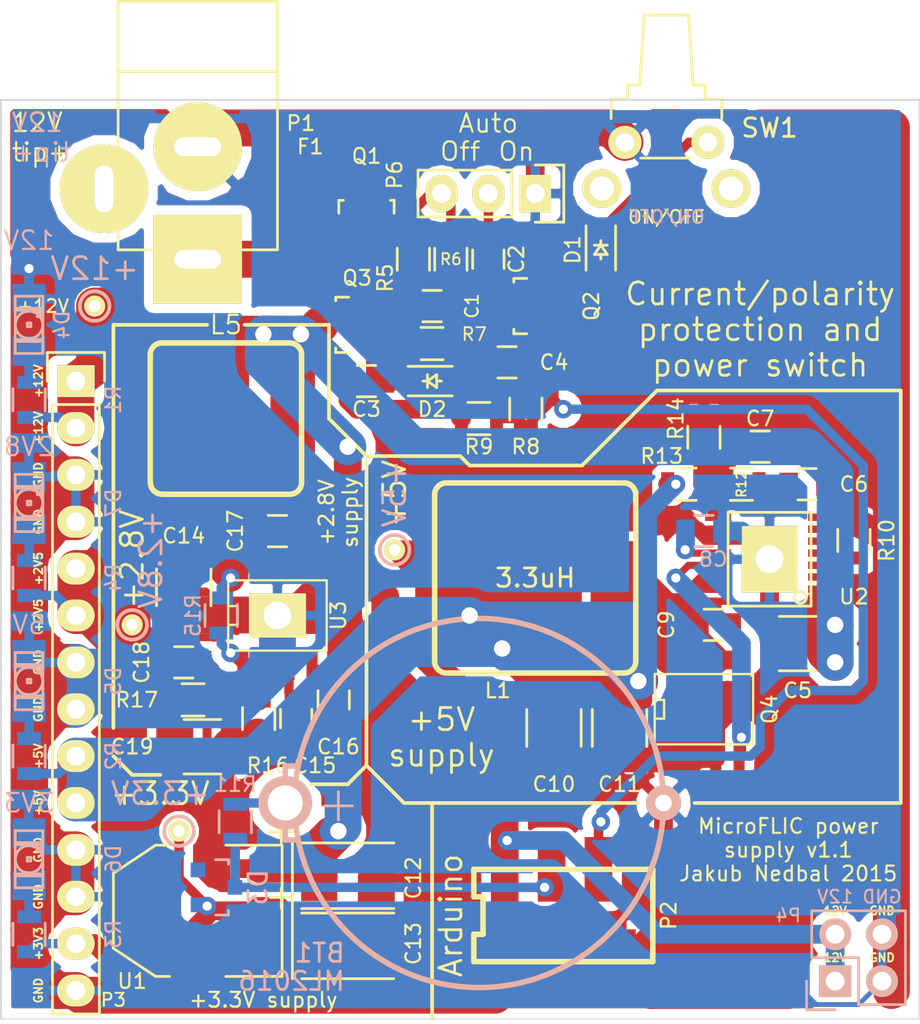
<source format=kicad_pcb>
(kicad_pcb (version 4) (host pcbnew 4.0.1-3.201512221402+6198~38~ubuntu14.04.1-stable)
  (layers (0 F.Cu signal) (31 B.Cu signal hide) (34 B.Paste user) (35 F.Paste user) (36 B.SilkS user) (37 F.SilkS user) (38 B.Mask user) (39 F.Mask user) (44 Edge.Cuts user))
  (net 0 "")
  (net 1 "Net-(BT1-Pad1)")
  (net 2 GND)
  (net 3 "Net-(C1-Pad1)")
  (net 4 /electronicSwitch/PUSHBUTTON)
  (net 5 /electronicSwitch/AUTO)
  (net 6 +12V)
  (net 7 /electronicSwitch/CURLIM)
  (net 8 /electronicSwitch/DELAYED_OFF)
  (net 9 +5VP)
  (net 10 +3V3)
  (net 11 +2V5)
  (net 12 /electronicSwitch/MCU_OFF)
  (net 13 /electronicSwitch/V_IN)
  (net 14 /electronicSwitch/V_5AMP)
  (net 15 +BATT)
  (net 16 /electronicSwitch/V_PROTECTED)
  (net 17 "/Power Supply/SS")
  (net 18 "/Power Supply/VBST")
  (net 19 "/Power Supply/VFB")
  (net 20 "/Power Supply/EN")
  (net 21 "/Power Supply/COMP")
  (net 22 "/Power Supply/C7R8")
  (net 23 "/Power Supply/FB")
  (net 24 "/Power Supply/BST")
  (net 25 "/Power Supply/LD")
  (net 26 "/Power Supply/RT")
  (net 27 "/Power Supply/SW5")
  (net 28 "/Power Supply/SW2.8")
  (net 29 "/Power Supply/VREG5")
  (net 30 "/Power Supply/VREG2.8")
  (net 31 "Net-(D4-Pad2)")
  (net 32 "Net-(D5-Pad2)")
  (net 33 "Net-(D6-Pad2)")
  (net 34 "Net-(D7-Pad2)")
  (module Fuse_Holders_and_Fuses:Fuse_SMD1206_HandSoldering (layer F.Cu) (at 116.84 106.68 90)
    (fp_text reference F1 (at 4.064 0 180) (layer F.SilkS) (effects (font (size 0.8 0.8) (thickness 0.12))))
    (fp_text value F5A hide)
    (pad 1 smd rect (at -2.08534 0 180) (size 2.02946 2.65176) (layers F.Cu F.Paste F.Mask) (net 13 /electronicSwitch/V_IN))
    (pad 2 smd rect (at 2.08534 0 180) (size 2.02946 2.65176) (layers F.Cu F.Paste F.Mask) (net 14 /electronicSwitch/V_5AMP))
  )
  (module LEDs:LED-1206 (layer B.Cu) (at 101.6 112.268 270)
    (fp_text reference D4 (at 0 -1.778 270) (layer B.SilkS) (effects (font (size 0.8 0.8) (thickness 0.12)) (justify mirror)))
    (fp_text value LED hide)
    (pad 2 smd rect (at 1.41986 0 90) (size 1.59766 1.80086) (layers B.Cu B.Paste B.Mask) (net 31 "Net-(D4-Pad2)"))
    (pad 1 smd rect (at -1.41986 0 90) (size 1.59766 1.80086) (layers B.Cu B.Paste B.Mask) (net 2 GND))
  )
  (module LEDs:LED-1206 (layer B.Cu) (at 101.6 141.224 270)
    (fp_text reference D6 (at 0 -4.572 270) (layer B.SilkS) (effects (font (size 0.8 0.8) (thickness 0.12)) (justify mirror)))
    (fp_text value LED hide)
    (pad 2 smd rect (at 1.41986 0 90) (size 1.59766 1.80086) (layers B.Cu B.Paste B.Mask) (net 33 "Net-(D6-Pad2)"))
    (pad 1 smd rect (at -1.41986 0 90) (size 1.59766 1.80086) (layers B.Cu B.Paste B.Mask) (net 2 GND))
  )
  (module LEDs:LED-1206 (layer B.Cu) (at 101.6 131.572 270)
    (fp_text reference D5 (at 0 -4.572 270) (layer B.SilkS) (effects (font (size 0.8 0.8) (thickness 0.12)) (justify mirror)))
    (fp_text value LED hide)
    (pad 2 smd rect (at 1.41986 0 90) (size 1.59766 1.80086) (layers B.Cu B.Paste B.Mask) (net 32 "Net-(D5-Pad2)"))
    (pad 1 smd rect (at -1.41986 0 90) (size 1.59766 1.80086) (layers B.Cu B.Paste B.Mask) (net 2 GND))
  )
  (module LEDs:LED-1206 (layer B.Cu) (at 101.6 121.92 270)
    (fp_text reference D7 (at 0 -4.572 270) (layer B.SilkS) (effects (font (size 0.8 0.8) (thickness 0.12)) (justify mirror)))
    (fp_text value LED hide)
    (pad 2 smd rect (at 1.41986 0 90) (size 1.59766 1.80086) (layers B.Cu B.Paste B.Mask) (net 34 "Net-(D7-Pad2)"))
    (pad 1 smd rect (at -1.41986 0 90) (size 1.59766 1.80086) (layers B.Cu B.Paste B.Mask) (net 2 GND))
  )
  (module Housings_SOT-23_SOT-143_TSOT-6:SOT-23 (layer B.Cu) (at 111.76 142.748 90)
    (fp_text reference D3 (at 0 2.25 90) (layer B.SilkS) (effects (justify mirror)))
    (fp_text value BAR43S hide)
    (pad 1 smd rect (at -0.95 -1.00076 90) (size 0.8001 0.8001) (layers B.Cu B.Paste B.Mask) (net 10 +3V3))
    (pad 2 smd rect (at 0.95 -1.00076 90) (size 0.8001 0.8001) (layers B.Cu B.Paste B.Mask))
    (pad 3 smd rect (at 0 0.99822 90) (size 0.8001 0.8001) (layers B.Cu B.Paste B.Mask) (net 15 +BATT))
  )
  (module jakub:ML2016 (layer B.Cu) (at 125.984 138.176 180)
    (fp_text reference BT1 (at 8.636 -8.128 360) (layer B.SilkS) (effects (justify mirror)))
    (fp_text value ML2016 (at 10.16 -9.652 180) (layer B.SilkS) (effects (justify mirror)))
    (fp_text user + (at 7.62 0 180) (layer B.SilkS) (effects (font (size 2 2)) (justify mirror)))
    (pad 1 thru_hole circle (at 10.5 0 180) (size 2.9 2.9) (drill 1.9) (layers *.Cu *.Mask B.SilkS) (net 1 "Net-(BT1-Pad1)"))
    (pad 2 thru_hole circle (at -10 0 180) (size 1.9 1.9) (drill 0.9) (layers *.Cu *.Mask B.SilkS) (net 2 GND))
  )
  (module jakub:IHLP-4040DZ-01 (layer F.Cu) (at 129.032 125.984 180)
    (fp_text reference L1 (at 2.032 -6.096 360) (layer F.SilkS) (effects (font (size 0.8 0.8) (thickness 0.12))))
    (fp_text value 3.3uH (at 0 0 180) (layer F.SilkS))
    (pad 1 smd rect (at -4.75 0 180) (size 3.5 4) (layers F.Cu F.Paste F.Mask) (net 27 "/Power Supply/SW5"))
    (pad 2 smd rect (at 4.75 0 180) (size 3.5 4) (layers F.Cu F.Paste F.Mask) (net 9 +5VP))
  )
  (module jakub:IHLP-3232CZ-11 (layer F.Cu) (at 112.268 117.348 180)
    (fp_text reference L5 (at 0 5.08 180) (layer F.SilkS) (effects (font (thickness 0.12))))
    (fp_text value 2.2uH hide)
    (pad 1 smd rect (at -3.6195 0 180) (size 2.413 5.334) (layers F.Cu F.Paste F.Mask) (net 28 "/Power Supply/SW2.8"))
    (pad 2 smd rect (at 3.6195 0 180) (size 2.413 5.334) (layers F.Cu F.Paste F.Mask) (net 11 +2V5))
  )
  (module Connect:JACK_ALIM (layer F.Cu) (at 110.744 102.616 270)
    (fp_text reference P1 (at -1.27 -5.588 360) (layer F.SilkS) (effects (font (size 0.8 0.8) (thickness 0.12))))
    (fp_text value BARREL_JACK hide)
    (pad 2 thru_hole circle (at 0 0 270) (size 4.8006 4.8006) (drill oval 1.016 2.54) (layers *.Cu *.Mask F.SilkS) (net 2 GND))
    (pad 1 thru_hole rect (at 6.096 0 270) (size 4.8006 4.8006) (drill oval 1.016 2.54) (layers *.Cu *.Mask F.SilkS) (net 13 /electronicSwitch/V_IN))
    (pad 3 thru_hole circle (at 2.286 5.08 270) (size 4.8006 4.8006) (drill oval 2.54 1.016) (layers *.Cu *.Mask F.SilkS))
  )
  (module jakub:7-188275-6 (layer F.Cu) (at 130.556 144.272)
    (fp_text reference P2 (at 5.715 0 90) (layer F.SilkS) (effects (font (size 0.8 0.8) (thickness 0.12))))
    (fp_text value CONN_02X03 hide)
    (pad 1 smd rect (at -3.175 -2.5) (size 1.5 3.5) (layers F.Cu F.Paste F.Mask) (net 6 +12V))
    (pad 2 smd rect (at -1.905 2.5) (size 1.5 3.5) (layers F.Cu F.Paste F.Mask) (net 2 GND))
    (pad 3 smd rect (at -0.635 -2.5) (size 1.5 3.5) (layers F.Cu F.Paste F.Mask) (net 15 +BATT))
    (pad 4 smd rect (at 0.635 2.5) (size 1.5 3.5) (layers F.Cu F.Paste F.Mask) (net 2 GND))
    (pad 5 smd rect (at 1.905 -2.5) (size 1.5 3.5) (layers F.Cu F.Paste F.Mask) (net 12 /electronicSwitch/MCU_OFF))
    (pad 6 smd rect (at 3.175 2.5) (size 1.5 3.5) (layers F.Cu F.Paste F.Mask) (net 2 GND))
  )
  (module Pin_Headers:Pin_Header_Straight_1x03 (layer F.Cu) (at 129.032 105.156 270)
    (fp_text reference P6 (at -1.016 7.62 270) (layer F.SilkS) (effects (font (size 0.8 0.8) (thickness 0.12))))
    (fp_text value JUMPER3 hide)
    (pad 1 thru_hole rect (at 0 0 270) (size 2.032 1.7272) (drill 1.016) (layers *.Cu *.Mask F.SilkS) (net 2 GND))
    (pad 2 thru_hole oval (at 0 2.54 270) (size 2.032 1.7272) (drill 1.016) (layers *.Cu *.Mask F.SilkS) (net 5 /electronicSwitch/AUTO))
    (pad 3 thru_hole oval (at 0 5.08 270) (size 2.032 1.7272) (drill 1.016) (layers *.Cu *.Mask F.SilkS) (net 16 /electronicSwitch/V_PROTECTED))
  )
  (module jakub:tactileSwitchRA (layer F.Cu) (at 136.144 103.632)
    (fp_text reference SW1 (at 5.588 -2.032) (layer F.SilkS))
    (fp_text value SW_PUSH_RA hide)
    (pad 2 thru_hole circle (at 2.25 -1.25) (size 1.8 1.8) (drill 1) (layers *.Cu *.Mask F.SilkS) (net 4 /electronicSwitch/PUSHBUTTON))
    (pad 1 thru_hole circle (at -2.25 -1.25) (size 1.8 1.8) (drill 1) (layers *.Cu *.Mask F.SilkS) (net 2 GND))
    (pad 4 thru_hole circle (at 3.5 1.25) (size 2.1 2.1) (drill 1.3) (layers *.Cu *.Mask F.SilkS))
    (pad 3 thru_hole circle (at -3.5 1.25) (size 2.1 2.1) (drill 1.3) (layers *.Cu *.Mask F.SilkS))
  )
  (module SMD_Packages:SOT-223 (layer F.Cu) (at 110.744 144.018 90)
    (fp_text reference U1 (at -3.81 -3.556 180) (layer F.SilkS) (effects (font (size 0.8 0.8) (thickness 0.12))))
    (fp_text value AP1117E33 hide)
    (pad 4 smd rect (at 0 -3.302 90) (size 3.6576 2.032) (layers F.Cu F.Paste F.Mask))
    (pad 2 smd rect (at 0 3.302 90) (size 1.016 2.032) (layers F.Cu F.Paste F.Mask) (net 10 +3V3))
    (pad 3 smd rect (at 2.286 3.302 90) (size 1.016 2.032) (layers F.Cu F.Paste F.Mask) (net 9 +5VP))
    (pad 1 smd rect (at -2.286 3.302 90) (size 1.016 2.032) (layers F.Cu F.Paste F.Mask) (net 2 GND))
  )
  (module Capacitors_SMD:C_0805 (layer F.Cu) (at 118.11 132.588 270)
    (fp_text reference C16 (at 2.54 -0.254 360) (layer F.SilkS) (effects (font (size 0.8 0.8) (thickness 0.12))))
    (fp_text value 8n2 hide)
    (pad 1 smd rect (at -1 0 270) (size 1 1.25) (layers F.Cu F.Paste F.Mask) (net 17 "/Power Supply/SS"))
    (pad 2 smd rect (at 1 0 270) (size 1 1.25) (layers F.Cu F.Paste F.Mask) (net 2 GND))
  )
  (module Capacitors_SMD:C_0805 (layer F.Cu) (at 116.078 133.604 270)
    (fp_text reference C15 (at 2.54 -1.016 360) (layer F.SilkS) (effects (font (size 0.8 0.8) (thickness 0.12))))
    (fp_text value 1u hide)
    (pad 1 smd rect (at -1 0 270) (size 1 1.25) (layers F.Cu F.Paste F.Mask) (net 30 "/Power Supply/VREG2.8"))
    (pad 2 smd rect (at 1 0 270) (size 1 1.25) (layers F.Cu F.Paste F.Mask) (net 2 GND))
  )
  (module Resistors_SMD:R_0805 (layer F.Cu) (at 114.046 133.604 270)
    (fp_text reference R16 (at 2.54 -0.508 360) (layer F.SilkS) (effects (font (size 0.8 0.8) (thickness 0.12))))
    (fp_text value 12k hide)
    (pad 1 smd rect (at -0.95 0 270) (size 0.7 1.3) (layers F.Cu F.Paste F.Mask) (net 19 "/Power Supply/VFB"))
    (pad 2 smd rect (at 0.95 0 270) (size 0.7 1.3) (layers F.Cu F.Paste F.Mask) (net 2 GND))
  )
  (module Capacitors_SMD:C_1210 (layer F.Cu) (at 110.998 135.128)
    (fp_text reference C19 (at -3.81 0) (layer F.SilkS) (effects (font (size 0.8 0.8) (thickness 0.12))))
    (fp_text value 47u/6.3V hide)
    (pad 1 smd rect (at -1.5 0) (size 1 2.5) (layers F.Cu F.Paste F.Mask) (net 11 +2V5))
    (pad 2 smd rect (at 1.5 0) (size 1 2.5) (layers F.Cu F.Paste F.Mask) (net 2 GND))
  )
  (module Resistors_SMD:R_0805 (layer F.Cu) (at 110.49 132.588)
    (fp_text reference R17 (at -3.048 0) (layer F.SilkS) (effects (font (size 0.8 0.8) (thickness 0.12))))
    (fp_text value 33k hide)
    (pad 1 smd rect (at -0.95 0) (size 0.7 1.3) (layers F.Cu F.Paste F.Mask) (net 11 +2V5))
    (pad 2 smd rect (at 0.95 0) (size 0.7 1.3) (layers F.Cu F.Paste F.Mask) (net 19 "/Power Supply/VFB"))
  )
  (module Capacitors_SMD:C_1210 (layer F.Cu) (at 109.982 126.492 270)
    (fp_text reference C14 (at -2.794 0 360) (layer F.SilkS) (effects (font (size 0.8 0.8) (thickness 0.12))))
    (fp_text value 22u/25V hide)
    (pad 1 smd rect (at -1.5 0 270) (size 1 2.5) (layers F.Cu F.Paste F.Mask) (net 6 +12V))
    (pad 2 smd rect (at 1.5 0 270) (size 1 2.5) (layers F.Cu F.Paste F.Mask) (net 2 GND))
  )
  (module Capacitors_SMD:C_0805 (layer F.Cu) (at 109.982 130.556)
    (fp_text reference C18 (at -2.286 0 90) (layer F.SilkS) (effects (font (size 0.8 0.8) (thickness 0.12))))
    (fp_text value 4p7 hide)
    (pad 1 smd rect (at -1 0) (size 1 1.25) (layers F.Cu F.Paste F.Mask) (net 11 +2V5))
    (pad 2 smd rect (at 1 0) (size 1 1.25) (layers F.Cu F.Paste F.Mask) (net 19 "/Power Supply/VFB"))
  )
  (module Capacitors_SMD:C_0805 (layer F.Cu) (at 123.444 111.252 180)
    (fp_text reference C1 (at -2.159 0 270) (layer F.SilkS) (effects (font (size 0.7 0.7) (thickness 0.11))))
    (fp_text value 1u hide)
    (pad 1 smd rect (at -1 0 180) (size 1 1.25) (layers F.Cu F.Paste F.Mask) (net 3 "Net-(C1-Pad1)"))
    (pad 2 smd rect (at 1 0 180) (size 1 1.25) (layers F.Cu F.Paste F.Mask) (net 4 /electronicSwitch/PUSHBUTTON))
  )
  (module Capacitors_SMD:C_0805 (layer F.Cu) (at 126.492 108.712 90)
    (fp_text reference C2 (at 0 1.524 90) (layer F.SilkS) (effects (font (size 0.8 0.8) (thickness 0.12))))
    (fp_text value 100n hide)
    (pad 1 smd rect (at -1 0 90) (size 1 1.25) (layers F.Cu F.Paste F.Mask) (net 3 "Net-(C1-Pad1)"))
    (pad 2 smd rect (at 1 0 90) (size 1 1.25) (layers F.Cu F.Paste F.Mask) (net 5 /electronicSwitch/AUTO))
  )
  (module Capacitors_SMD:C_0805 (layer F.Cu) (at 119.888 115.316)
    (fp_text reference C3 (at 0 1.524) (layer F.SilkS) (effects (font (size 0.8 0.8) (thickness 0.12))))
    (fp_text value 10n hide)
    (pad 1 smd rect (at -1 0) (size 1 1.25) (layers F.Cu F.Paste F.Mask) (net 6 +12V))
    (pad 2 smd rect (at 1 0) (size 1 1.25) (layers F.Cu F.Paste F.Mask) (net 7 /electronicSwitch/CURLIM))
  )
  (module Capacitors_SMD:C_0805 (layer F.Cu) (at 127.508 114.3)
    (fp_text reference C4 (at 2.54 0) (layer F.SilkS) (effects (font (size 0.8 0.8) (thickness 0.12))))
    (fp_text value 10u/25V hide)
    (pad 1 smd rect (at -1 0) (size 1 1.25) (layers F.Cu F.Paste F.Mask) (net 6 +12V))
    (pad 2 smd rect (at 1 0) (size 1 1.25) (layers F.Cu F.Paste F.Mask) (net 8 /electronicSwitch/DELAYED_OFF))
  )
  (module Capacitors_SMD:C_1210 (layer F.Cu) (at 143.256 129.54 180)
    (fp_text reference C5 (at 0 -2.54 180) (layer F.SilkS) (effects (font (size 0.8 0.8) (thickness 0.12))))
    (fp_text value 22u/25V hide)
    (pad 1 smd rect (at -1.5 0 180) (size 1 2.5) (layers F.Cu F.Paste F.Mask) (net 6 +12V))
    (pad 2 smd rect (at 1.5 0 180) (size 1 2.5) (layers F.Cu F.Paste F.Mask) (net 2 GND))
  )
  (module Capacitors_Tantalum_SMD:TantalC_SizeB_EIA-3528_Reflow (layer F.Cu) (at 118.872 142.24)
    (fp_text reference C12 (at 3.556 0 90) (layer F.SilkS) (effects (font (size 0.8 0.8) (thickness 0.12))))
    (fp_text value 10u hide)
    (pad 2 smd rect (at 1.5494 0) (size 1.95072 2.49936) (layers F.Cu F.Paste F.Mask) (net 2 GND))
    (pad 1 smd rect (at -1.5494 0) (size 1.95072 2.49936) (layers F.Cu F.Paste F.Mask) (net 9 +5VP))
  )
  (module Capacitors_SMD:C_0805 (layer F.Cu) (at 143.764 120.904 180)
    (fp_text reference C6 (at -2.54 0 180) (layer F.SilkS) (effects (font (size 0.8 0.8) (thickness 0.12))))
    (fp_text value 680p hide)
    (pad 1 smd rect (at -1 0 180) (size 1 1.25) (layers F.Cu F.Paste F.Mask) (net 21 "/Power Supply/COMP"))
    (pad 2 smd rect (at 1 0 180) (size 1 1.25) (layers F.Cu F.Paste F.Mask) (net 22 "/Power Supply/C7R8"))
  )
  (module Capacitors_Tantalum_SMD:TantalC_SizeB_EIA-3528_Reflow (layer F.Cu) (at 118.872 145.796)
    (fp_text reference C13 (at 3.556 0 90) (layer F.SilkS) (effects (font (size 0.8 0.8) (thickness 0.12))))
    (fp_text value 10u hide)
    (pad 2 smd rect (at 1.5494 0) (size 1.95072 2.49936) (layers F.Cu F.Paste F.Mask) (net 2 GND))
    (pad 1 smd rect (at -1.5494 0) (size 1.95072 2.49936) (layers F.Cu F.Paste F.Mask) (net 10 +3V3))
  )
  (module Capacitors_SMD:C_0805 (layer F.Cu) (at 141.224 118.872 180)
    (fp_text reference C7 (at 0 1.524 180) (layer F.SilkS) (effects (font (size 0.8 0.8) (thickness 0.12))))
    (fp_text value 1p5 hide)
    (pad 1 smd rect (at -1 0 180) (size 1 1.25) (layers F.Cu F.Paste F.Mask) (net 21 "/Power Supply/COMP"))
    (pad 2 smd rect (at 1 0 180) (size 1 1.25) (layers F.Cu F.Paste F.Mask) (net 23 "/Power Supply/FB"))
  )
  (module Capacitors_SMD:C_0805 (layer B.Cu) (at 138.176 123.444)
    (fp_text reference C8 (at 0.508 1.524) (layer B.SilkS) (effects (font (size 0.8 0.8) (thickness 0.12)) (justify mirror)))
    (fp_text value 1u hide)
    (pad 1 smd rect (at -1 0) (size 1 1.25) (layers B.Cu B.Paste B.Mask) (net 29 "/Power Supply/VREG5"))
    (pad 2 smd rect (at 1 0) (size 1 1.25) (layers B.Cu B.Paste B.Mask) (net 2 GND))
  )
  (module Capacitors_SMD:C_0805 (layer F.Cu) (at 138.684 128.524 180)
    (fp_text reference C9 (at 2.54 0 270) (layer F.SilkS) (effects (font (size 0.8 0.8) (thickness 0.12))))
    (fp_text value 100n hide)
    (pad 1 smd rect (at -1 0 180) (size 1 1.25) (layers F.Cu F.Paste F.Mask) (net 24 "/Power Supply/BST"))
    (pad 2 smd rect (at 1 0 180) (size 1 1.25) (layers F.Cu F.Paste F.Mask) (net 27 "/Power Supply/SW5"))
  )
  (module Capacitors_SMD:C_1210 (layer F.Cu) (at 130.048 134.112 270)
    (fp_text reference C10 (at 3.048 0 360) (layer F.SilkS) (effects (font (size 0.8 0.8) (thickness 0.12))))
    (fp_text value 47u/6.3V hide)
    (pad 1 smd rect (at -1.5 0 270) (size 1 2.5) (layers F.Cu F.Paste F.Mask) (net 9 +5VP))
    (pad 2 smd rect (at 1.5 0 270) (size 1 2.5) (layers F.Cu F.Paste F.Mask) (net 2 GND))
  )
  (module Capacitors_SMD:C_1210 (layer F.Cu) (at 133.604 134.112 270)
    (fp_text reference C11 (at 3.048 0 360) (layer F.SilkS) (effects (font (size 0.8 0.8) (thickness 0.12))))
    (fp_text value 47u/6.3V hide)
    (pad 1 smd rect (at -1.5 0 270) (size 1 2.5) (layers F.Cu F.Paste F.Mask) (net 9 +5VP))
    (pad 2 smd rect (at 1.5 0 270) (size 1 2.5) (layers F.Cu F.Paste F.Mask) (net 2 GND))
  )
  (module Capacitors_SMD:C_0805 (layer F.Cu) (at 115.062 123.444 180)
    (fp_text reference C17 (at 2.286 0 270) (layer F.SilkS) (effects (font (size 0.8 0.8) (thickness 0.12))))
    (fp_text value 100n hide)
    (pad 1 smd rect (at -1 0 180) (size 1 1.25) (layers F.Cu F.Paste F.Mask) (net 28 "/Power Supply/SW2.8"))
    (pad 2 smd rect (at 1 0 180) (size 1 1.25) (layers F.Cu F.Paste F.Mask) (net 18 "/Power Supply/VBST"))
  )
  (module Resistors_SMD:R_0805 (layer F.Cu) (at 122.428 108.712 270)
    (fp_text reference R5 (at 1.016 1.524 270) (layer F.SilkS) (effects (font (size 0.8 0.8) (thickness 0.12))))
    (fp_text value 100k hide)
    (pad 1 smd rect (at -0.95 0 270) (size 0.7 1.3) (layers F.Cu F.Paste F.Mask) (net 16 /electronicSwitch/V_PROTECTED))
    (pad 2 smd rect (at 0.95 0 270) (size 0.7 1.3) (layers F.Cu F.Paste F.Mask) (net 4 /electronicSwitch/PUSHBUTTON))
  )
  (module Resistors_SMD:R_0805 (layer F.Cu) (at 124.46 108.712 270)
    (fp_text reference R6 (at 0 0 360) (layer F.SilkS) (effects (font (size 0.6 0.6) (thickness 0.1))))
    (fp_text value 100k hide)
    (pad 1 smd rect (at -0.95 0 270) (size 0.7 1.3) (layers F.Cu F.Paste F.Mask) (net 16 /electronicSwitch/V_PROTECTED))
    (pad 2 smd rect (at 0.95 0 270) (size 0.7 1.3) (layers F.Cu F.Paste F.Mask) (net 3 "Net-(C1-Pad1)"))
  )
  (module Resistors_SMD:R_0805 (layer F.Cu) (at 123.444 113.284 180)
    (fp_text reference R7 (at -2.286 0.508 180) (layer F.SilkS) (effects (font (size 0.7 0.7) (thickness 0.1))))
    (fp_text value 100k hide)
    (pad 1 smd rect (at -0.95 0 180) (size 0.7 1.3) (layers F.Cu F.Paste F.Mask) (net 3 "Net-(C1-Pad1)"))
    (pad 2 smd rect (at 0.95 0 180) (size 0.7 1.3) (layers F.Cu F.Paste F.Mask) (net 7 /electronicSwitch/CURLIM))
  )
  (module Resistors_SMD:R_0805 (layer F.Cu) (at 128.524 116.84 270)
    (fp_text reference R8 (at 2.032 0 360) (layer F.SilkS) (effects (font (size 0.8 0.8) (thickness 0.12))))
    (fp_text value 270k hide)
    (pad 1 smd rect (at -0.95 0 270) (size 0.7 1.3) (layers F.Cu F.Paste F.Mask) (net 8 /electronicSwitch/DELAYED_OFF))
    (pad 2 smd rect (at 0.95 0 270) (size 0.7 1.3) (layers F.Cu F.Paste F.Mask) (net 12 /electronicSwitch/MCU_OFF))
  )
  (module Resistors_SMD:R_0805 (layer F.Cu) (at 125.984 117.348)
    (fp_text reference R9 (at 0 1.524) (layer F.SilkS) (effects (font (size 0.8 0.8) (thickness 0.12))))
    (fp_text value 100k hide)
    (pad 1 smd rect (at -0.95 0) (size 0.7 1.3) (layers F.Cu F.Paste F.Mask) (net 6 +12V))
    (pad 2 smd rect (at 0.95 0) (size 0.7 1.3) (layers F.Cu F.Paste F.Mask) (net 12 /electronicSwitch/MCU_OFF))
  )
  (module Resistors_SMD:R_0805 (layer F.Cu) (at 146.304 123.952 270)
    (fp_text reference R10 (at 0 -1.778 270) (layer F.SilkS) (effects (font (size 0.8 0.8) (thickness 0.12))))
    (fp_text value 82k hide)
    (pad 1 smd rect (at -0.95 0 270) (size 0.7 1.3) (layers F.Cu F.Paste F.Mask) (net 2 GND))
    (pad 2 smd rect (at 0.95 0 270) (size 0.7 1.3) (layers F.Cu F.Paste F.Mask) (net 26 "/Power Supply/RT"))
  )
  (module Resistors_SMD:R_0805 (layer B.Cu) (at 112.776 139.192 90)
    (fp_text reference R11 (at 2.032 0 180) (layer B.SilkS) (effects (font (size 0.8 0.8) (thickness 0.12)) (justify mirror)))
    (fp_text value 470R hide)
    (pad 1 smd rect (at -0.95 0 90) (size 0.7 1.3) (layers B.Cu B.Paste B.Mask) (net 15 +BATT))
    (pad 2 smd rect (at 0.95 0 90) (size 0.7 1.3) (layers B.Cu B.Paste B.Mask) (net 1 "Net-(BT1-Pad1)"))
  )
  (module Resistors_SMD:R_0805 (layer F.Cu) (at 140.208 120.904 180)
    (fp_text reference R12 (at 0 0 270) (layer F.SilkS) (effects (font (size 0.5 0.5) (thickness 0.1))))
    (fp_text value 82k hide)
    (pad 1 smd rect (at -0.95 0 180) (size 0.7 1.3) (layers F.Cu F.Paste F.Mask) (net 22 "/Power Supply/C7R8"))
    (pad 2 smd rect (at 0.95 0 180) (size 0.7 1.3) (layers F.Cu F.Paste F.Mask) (net 23 "/Power Supply/FB"))
  )
  (module Resistors_SMD:R_0805 (layer F.Cu) (at 137.16 120.904)
    (fp_text reference R13 (at -1.27 -1.524) (layer F.SilkS) (effects (font (size 0.8 0.8) (thickness 0.12))))
    (fp_text value 22k hide)
    (pad 1 smd rect (at -0.95 0) (size 0.7 1.3) (layers F.Cu F.Paste F.Mask) (net 9 +5VP))
    (pad 2 smd rect (at 0.95 0) (size 0.7 1.3) (layers F.Cu F.Paste F.Mask) (net 23 "/Power Supply/FB"))
  )
  (module Resistors_SMD:R_0805 (layer F.Cu) (at 138.176 118.364 90)
    (fp_text reference R14 (at 1.016 -1.524 90) (layer F.SilkS) (effects (font (size 0.8 0.8) (thickness 0.12))))
    (fp_text value 3k hide)
    (pad 1 smd rect (at -0.95 0 90) (size 0.7 1.3) (layers F.Cu F.Paste F.Mask) (net 23 "/Power Supply/FB"))
    (pad 2 smd rect (at 0.95 0 90) (size 0.7 1.3) (layers F.Cu F.Paste F.Mask) (net 2 GND))
  )
  (module Resistors_SMD:R_0805 (layer B.Cu) (at 112.014 128.016 270)
    (fp_text reference R15 (at 0 1.524 270) (layer B.SilkS) (effects (font (size 0.8 0.8) (thickness 0.12)) (justify mirror)))
    (fp_text value 10k)
    (pad 1 smd rect (at -0.95 0 270) (size 0.7 1.3) (layers B.Cu B.Paste B.Mask) (net 6 +12V))
    (pad 2 smd rect (at 0.95 0 270) (size 0.7 1.3) (layers B.Cu B.Paste B.Mask) (net 20 "/Power Supply/EN"))
  )
  (module jakub:PDSO8 (layer F.Cu) (at 115.062 128.016)
    (fp_text reference U3 (at 3.302 0 90) (layer F.SilkS) (effects (font (size 0.8 0.8) (thickness 0.12))))
    (fp_text value TPS54428 hide)
    (pad 8 smd rect (at -1.875 -2.7) (size 0.6 1.6) (layers F.Cu F.Paste F.Mask) (net 6 +12V))
    (pad 1 smd rect (at -1.875 2.7) (size 0.6 1.6) (layers F.Cu F.Paste F.Mask) (net 20 "/Power Supply/EN"))
    (pad 7 smd rect (at -0.625 -2.7) (size 0.6 1.6) (layers F.Cu F.Paste F.Mask) (net 18 "/Power Supply/VBST"))
    (pad 6 smd rect (at 0.625 -2.7) (size 0.6 1.6) (layers F.Cu F.Paste F.Mask) (net 28 "/Power Supply/SW2.8"))
    (pad 5 smd rect (at 1.875 -2.7) (size 0.6 1.6) (layers F.Cu F.Paste F.Mask) (net 2 GND))
    (pad 2 smd rect (at -0.625 2.7) (size 0.6 1.6) (layers F.Cu F.Paste F.Mask) (net 19 "/Power Supply/VFB"))
    (pad 3 smd rect (at 0.625 2.7) (size 0.6 1.6) (layers F.Cu F.Paste F.Mask) (net 30 "/Power Supply/VREG2.8"))
    (pad 4 smd rect (at 1.875 2.7) (size 0.6 1.6) (layers F.Cu F.Paste F.Mask) (net 17 "/Power Supply/SS"))
    (pad 9 thru_hole rect (at 0 0) (size 3.1 2.4) (drill 1.5) (layers *.Cu *.Mask F.SilkS) (net 2 GND))
  )
  (module Resistors_SMD:R_0805 (layer B.Cu) (at 101.6 116.332 90)
    (fp_text reference R1 (at 0 4.572 90) (layer B.SilkS) (effects (font (size 0.8 0.8) (thickness 0.12)) (justify mirror)))
    (fp_text value 10k hide)
    (pad 1 smd rect (at -0.95 0 90) (size 0.7 1.3) (layers B.Cu B.Paste B.Mask) (net 6 +12V))
    (pad 2 smd rect (at 0.95 0 90) (size 0.7 1.3) (layers B.Cu B.Paste B.Mask) (net 31 "Net-(D4-Pad2)"))
  )
  (module Resistors_SMD:R_0805 (layer B.Cu) (at 101.6 135.636 90)
    (fp_text reference R2 (at 0 4.572 90) (layer B.SilkS) (effects (font (size 0.8 0.8) (thickness 0.12)) (justify mirror)))
    (fp_text value 3k hide)
    (pad 1 smd rect (at -0.95 0 90) (size 0.7 1.3) (layers B.Cu B.Paste B.Mask) (net 9 +5VP))
    (pad 2 smd rect (at 0.95 0 90) (size 0.7 1.3) (layers B.Cu B.Paste B.Mask) (net 32 "Net-(D5-Pad2)"))
  )
  (module Resistors_SMD:R_0805 (layer B.Cu) (at 101.6 145.288 90)
    (fp_text reference R3 (at 0 4.572 90) (layer B.SilkS) (effects (font (size 0.8 0.8) (thickness 0.12)) (justify mirror)))
    (fp_text value 1k5 hide)
    (pad 1 smd rect (at -0.95 0 90) (size 0.7 1.3) (layers B.Cu B.Paste B.Mask) (net 10 +3V3))
    (pad 2 smd rect (at 0.95 0 90) (size 0.7 1.3) (layers B.Cu B.Paste B.Mask) (net 33 "Net-(D6-Pad2)"))
  )
  (module Resistors_SMD:R_0805 (layer B.Cu) (at 101.6 125.984 90)
    (fp_text reference R4 (at 0 4.572 90) (layer B.SilkS) (effects (font (size 0.8 0.8) (thickness 0.12)) (justify mirror)))
    (fp_text value 1k hide)
    (pad 1 smd rect (at -0.95 0 90) (size 0.7 1.3) (layers B.Cu B.Paste B.Mask) (net 11 +2V5))
    (pad 2 smd rect (at 0.95 0 90) (size 0.7 1.3) (layers B.Cu B.Paste B.Mask) (net 34 "Net-(D7-Pad2)"))
  )
  (module Connect:PINTST (layer F.Cu) (at 105.156 111.252)
    (fp_text reference PP1 hide)
    (fp_text value +12V (at -2.794 0) (layer F.SilkS) (effects (font (size 0.7 0.7) (thickness 0.11))))
    (pad 1 thru_hole circle (at 0 0) (size 1.143 1.143) (drill 0.635) (layers *.Cu *.Mask F.SilkS) (net 6 +12V))
  )
  (module Connect:PINTST (layer F.Cu) (at 121.412 124.46)
    (fp_text reference PP2 hide)
    (fp_text value +5V (at 0 -3.048 90) (layer F.SilkS) (effects (font (size 1.2 1.2))))
    (pad 1 thru_hole circle (at 0 0) (size 1.143 1.143) (drill 0.635) (layers *.Cu *.Mask F.SilkS) (net 9 +5VP))
  )
  (module Connect:PINTST (layer F.Cu) (at 109.728 139.7)
    (fp_text reference PP3 hide)
    (fp_text value +3.3V (at -1.016 -2.032) (layer F.SilkS) (effects (font (size 1.2 1.2))))
    (pad 1 thru_hole circle (at 0 0) (size 1.143 1.143) (drill 0.635) (layers *.Cu *.Mask F.SilkS) (net 10 +3V3))
  )
  (module Connect:PINTST (layer F.Cu) (at 107.188 128.524)
    (fp_text reference PP4 hide)
    (fp_text value +2.8V (at 0 -3.556 90) (layer F.SilkS) (effects (font (size 1.2 1.2))))
    (pad 1 thru_hole circle (at 0 0) (size 1.143 1.143) (drill 0.635) (layers *.Cu *.Mask F.SilkS) (net 11 +2V5))
  )
  (module "jakub:SSOP-16(EP)" (layer F.Cu) (at 141.732 124.968 90)
    (fp_text reference U2 (at -2.032 4.572 180) (layer F.SilkS) (effects (font (size 0.8 0.8) (thickness 0.12))))
    (fp_text value ADP2381 hide)
    (pad 1 smd rect (at -2.2606 2.794 90) (size 0.4 1.4) (layers F.Cu F.Paste F.Mask) (net 6 +12V))
    (pad 2 smd rect (at -1.6256 2.794 90) (size 0.4 1.4) (layers F.Cu F.Paste F.Mask) (net 6 +12V))
    (pad 3 smd rect (at -0.9652 2.794 90) (size 0.4 1.4) (layers F.Cu F.Paste F.Mask))
    (pad 4 smd rect (at -0.3302 2.794 90) (size 0.4 1.4) (layers F.Cu F.Paste F.Mask))
    (pad 5 smd rect (at 0.3302 2.794 90) (size 0.4 1.4) (layers F.Cu F.Paste F.Mask) (net 26 "/Power Supply/RT"))
    (pad 6 smd rect (at 0.9779 2.794 90) (size 0.4 1.4) (layers F.Cu F.Paste F.Mask) (net 2 GND))
    (pad 7 smd rect (at 1.6256 2.794 90) (size 0.4 1.4) (layers F.Cu F.Paste F.Mask))
    (pad 8 smd rect (at 2.2733 2.794 90) (size 0.4 1.4) (layers F.Cu F.Paste F.Mask) (net 21 "/Power Supply/COMP"))
    (pad 9 smd rect (at 2.2733 -2.794 90) (size 0.4 1.4) (layers F.Cu F.Paste F.Mask) (net 23 "/Power Supply/FB"))
    (pad 10 smd rect (at 1.6256 -2.794 90) (size 0.4 1.4) (layers F.Cu F.Paste F.Mask) (net 2 GND))
    (pad 11 smd rect (at 0.9779 -2.794 90) (size 0.4 1.4) (layers F.Cu F.Paste F.Mask) (net 2 GND))
    (pad 12 smd rect (at 0.3302 -2.794 90) (size 0.4 1.4) (layers F.Cu F.Paste F.Mask) (net 29 "/Power Supply/VREG5"))
    (pad 13 smd rect (at -0.3302 -2.794 90) (size 0.4 1.4) (layers F.Cu F.Paste F.Mask) (net 25 "/Power Supply/LD"))
    (pad 14 smd rect (at -0.9779 -2.794 90) (size 0.4 1.4) (layers F.Cu F.Paste F.Mask) (net 27 "/Power Supply/SW5"))
    (pad 15 smd rect (at -1.6256 -2.794 90) (size 0.4 1.4) (layers F.Cu F.Paste F.Mask) (net 27 "/Power Supply/SW5"))
    (pad 16 smd rect (at -2.2733 -2.794 90) (size 0.4 1.4) (layers F.Cu F.Paste F.Mask) (net 24 "/Power Supply/BST"))
    (pad 17 thru_hole rect (at 0 0 90) (size 3.6 3) (drill 1.5) (layers *.Cu *.Mask F.SilkS) (net 2 GND))
  )
  (module jakub:SO8_FDS6298 (layer F.Cu) (at 138.176 133.096)
    (fp_text reference Q4 (at 3.556 0 90) (layer F.SilkS) (effects (font (size 0.8 0.8) (thickness 0.12))))
    (fp_text value IRF8721 hide)
    (pad D smd rect (at -1.905 -2.667) (size 0.59944 1.39954) (layers F.Cu F.Paste F.Mask) (net 27 "/Power Supply/SW5"))
    (pad S smd rect (at -1.905 2.667) (size 0.59944 1.39954) (layers F.Cu F.Paste F.Mask) (net 2 GND))
    (pad D smd rect (at -0.635 -2.667) (size 0.59944 1.39954) (layers F.Cu F.Paste F.Mask) (net 27 "/Power Supply/SW5"))
    (pad D smd rect (at 0.635 -2.667) (size 0.59944 1.39954) (layers F.Cu F.Paste F.Mask) (net 27 "/Power Supply/SW5"))
    (pad D smd rect (at 1.905 -2.667) (size 0.59944 1.39954) (layers F.Cu F.Paste F.Mask) (net 27 "/Power Supply/SW5"))
    (pad S smd rect (at -0.635 2.667) (size 0.59944 1.39954) (layers F.Cu F.Paste F.Mask) (net 2 GND))
    (pad S smd rect (at 0.635 2.667) (size 0.59944 1.39954) (layers F.Cu F.Paste F.Mask) (net 2 GND))
    (pad G smd rect (at 1.905 2.667) (size 0.59944 1.39954) (layers F.Cu F.Paste F.Mask) (net 25 "/Power Supply/LD"))
  )
  (module jakub:SOT23GDS (layer F.Cu) (at 119.888 106.172)
    (fp_text reference Q1 (at 0 -3.048) (layer F.SilkS) (effects (font (size 0.8 0.8) (thickness 0.12))))
    (fp_text value SI2369 hide)
    (pad G smd rect (at -0.95 1.50114) (size 0.8001 1.80086) (layers F.Cu F.Paste F.Mask) (net 2 GND))
    (pad S smd rect (at 0.95 1.50114) (size 0.8001 1.80086) (layers F.Cu F.Paste F.Mask) (net 16 /electronicSwitch/V_PROTECTED))
    (pad D smd rect (at 0 -1.50114) (size 0.8001 1.80086) (layers F.Cu F.Paste F.Mask) (net 14 /electronicSwitch/V_5AMP))
  )
  (module jakub:SOT23GDS (layer F.Cu) (at 118.872 112.268 90)
    (fp_text reference Q3 (at 2.54 0.508 180) (layer F.SilkS) (effects (font (size 0.8 0.8) (thickness 0.12))))
    (fp_text value SI2369 hide)
    (pad G smd rect (at -0.95 1.50114 90) (size 0.8001 1.80086) (layers F.Cu F.Paste F.Mask) (net 7 /electronicSwitch/CURLIM))
    (pad S smd rect (at 0.95 1.50114 90) (size 0.8001 1.80086) (layers F.Cu F.Paste F.Mask) (net 16 /electronicSwitch/V_PROTECTED))
    (pad D smd rect (at 0 -1.50114 90) (size 0.8001 1.80086) (layers F.Cu F.Paste F.Mask) (net 6 +12V))
  )
  (module jakub:SOT23GDS (layer F.Cu) (at 128.524 111.252 90)
    (fp_text reference Q2 (at 0 3.556 90) (layer F.SilkS) (effects (font (size 0.8 0.8) (thickness 0.12))))
    (fp_text value TSM2314 hide)
    (pad G smd rect (at -0.95 1.50114 90) (size 0.8001 1.80086) (layers F.Cu F.Paste F.Mask) (net 8 /electronicSwitch/DELAYED_OFF))
    (pad S smd rect (at 0.95 1.50114 90) (size 0.8001 1.80086) (layers F.Cu F.Paste F.Mask) (net 2 GND))
    (pad D smd rect (at 0 -1.50114 90) (size 0.8001 1.80086) (layers F.Cu F.Paste F.Mask) (net 3 "Net-(C1-Pad1)"))
  )
  (module jakub:ESQ-114-33-S-G (layer F.Cu) (at 104.14 115.316)
    (fp_text reference P3 (at 2.032 33.528) (layer F.SilkS) (effects (font (size 0.7 0.7) (thickness 0.11))))
    (fp_text value Socket_1x14 hide)
    (pad 1 thru_hole rect (at 0 0) (size 2.032 1.7272) (drill 1.016) (layers *.Cu *.Mask F.SilkS) (net 6 +12V))
    (pad 2 thru_hole oval (at 0 2.54) (size 2.032 1.7272) (drill 1.016) (layers *.Cu *.Mask F.SilkS) (net 6 +12V))
    (pad 3 thru_hole oval (at 0 5.08) (size 2.032 1.7272) (drill 1.016) (layers *.Cu *.Mask F.SilkS) (net 2 GND))
    (pad 4 thru_hole oval (at 0 7.62) (size 2.032 1.7272) (drill 1.016) (layers *.Cu *.Mask F.SilkS) (net 2 GND))
    (pad 5 thru_hole oval (at 0 10.16) (size 2.032 1.7272) (drill 1.016) (layers *.Cu *.Mask F.SilkS) (net 11 +2V5))
    (pad 6 thru_hole oval (at 0 12.7) (size 2.032 1.7272) (drill 1.016) (layers *.Cu *.Mask F.SilkS) (net 11 +2V5))
    (pad 7 thru_hole oval (at 0 15.24) (size 2.032 1.7272) (drill 1.016) (layers *.Cu *.Mask F.SilkS) (net 2 GND))
    (pad 8 thru_hole oval (at 0 17.78) (size 2.032 1.7272) (drill 1.016) (layers *.Cu *.Mask F.SilkS) (net 2 GND))
    (pad 9 thru_hole oval (at 0 20.32) (size 2.032 1.7272) (drill 1.016) (layers *.Cu *.Mask F.SilkS) (net 9 +5VP))
    (pad 10 thru_hole oval (at 0 22.86) (size 2.032 1.7272) (drill 1.016) (layers *.Cu *.Mask F.SilkS) (net 9 +5VP))
    (pad 11 thru_hole oval (at 0 25.4) (size 2.032 1.7272) (drill 1.016) (layers *.Cu *.Mask F.SilkS) (net 2 GND))
    (pad 12 thru_hole oval (at 0 27.94) (size 2.032 1.7272) (drill 1.016) (layers *.Cu *.Mask F.SilkS) (net 2 GND))
    (pad 13 thru_hole oval (at 0 30.48) (size 2.032 1.7272) (drill 1.016) (layers *.Cu *.Mask F.SilkS) (net 10 +3V3))
    (pad 14 thru_hole oval (at 0 33.02) (size 2.032 1.7272) (drill 1.016) (layers *.Cu *.Mask F.SilkS) (net 2 GND))
  )
  (module jakub:ESQ-102-33-D-G (layer B.Cu) (at 145.288 147.828)
    (fp_text reference P4 (at -2.54 -3.556) (layer B.SilkS) (effects (font (size 0.7 0.7) (thickness 0.11)) (justify mirror)))
    (fp_text value Socket_2x2 hide)
    (pad 1 thru_hole rect (at 0 0) (size 1.7272 1.7272) (drill 1.016) (layers *.Cu *.Mask B.SilkS) (net 6 +12V))
    (pad 2 thru_hole oval (at 0 -2.54) (size 1.7272 1.7272) (drill 1.016) (layers *.Cu *.Mask B.SilkS) (net 6 +12V))
    (pad 3 thru_hole oval (at 2.54 0) (size 1.7272 1.7272) (drill 1.016) (layers *.Cu *.Mask B.SilkS) (net 2 GND))
    (pad 4 thru_hole oval (at 2.54 -2.54) (size 1.7272 1.7272) (drill 1.016) (layers *.Cu *.Mask B.SilkS) (net 2 GND))
  )
  (module Diodes_SMD:SOD-323 (layer F.Cu) (at 132.588 108.204 270)
    (fp_text reference D1 (at 0 1.524 270) (layer F.SilkS) (effects (font (size 0.8 0.8) (thickness 0.12))))
    (fp_text value PMEG2020 hide)
    (pad 1 smd rect (at -1.055 0 270) (size 0.59 0.45) (layers F.Cu F.Paste F.Mask) (net 4 /electronicSwitch/PUSHBUTTON))
    (pad 2 smd rect (at 1.055 0 270) (size 0.59 0.45) (layers F.Cu F.Paste F.Mask) (net 12 /electronicSwitch/MCU_OFF))
  )
  (module Diodes_SMD:SOD-323 (layer F.Cu) (at 123.444 115.316)
    (fp_text reference D2 (at 0 1.524) (layer F.SilkS) (effects (font (size 0.8 0.8) (thickness 0.12))))
    (fp_text value PMEG2020 hide)
    (pad 1 smd rect (at -1.055 0) (size 0.59 0.45) (layers F.Cu F.Paste F.Mask) (net 7 /electronicSwitch/CURLIM))
    (pad 2 smd rect (at 1.055 0) (size 0.59 0.45) (layers F.Cu F.Paste F.Mask) (net 3 "Net-(C1-Pad1)"))
  )
  (gr_text "12V\ntip+" (at 100.584 102.108) (layer F.SilkS) (effects (font (size 1 1) (thickness 0.12)) (justify left)))
  (gr_text "12V\ntip+" (at 100.584 102.108) (layer B.SilkS) (effects (font (size 1 1) (thickness 0.12)) (justify right mirror)))
  (gr_text ON/OFF (at 136.144 106.426) (layer B.SilkS) (effects (font (size 0.7 0.7) (thickness 0.11)) (justify mirror)))
  (gr_text ON/OFF (at 136.144 106.426) (layer F.SilkS) (effects (font (size 0.7 0.7) (thickness 0.11))))
  (gr_text GND (at 147.828 146.558) (layer F.SilkS) (effects (font (size 0.45 0.45) (thickness 0.1))))
  (gr_text GND (at 147.828 144.018) (layer F.SilkS) (effects (font (size 0.45 0.45) (thickness 0.1))))
  (gr_text 12V (at 145.288 146.558) (layer F.SilkS) (effects (font (size 0.45 0.45) (thickness 0.1))))
  (gr_text 12V (at 145.288 144.018) (layer F.SilkS) (effects (font (size 0.45 0.45) (thickness 0.1))))
  (gr_text GND (at 147.828 143.256) (layer B.SilkS) (effects (font (size 0.7 0.7) (thickness 0.11)) (justify mirror)))
  (gr_text 12V (at 145.288 143.256) (layer B.SilkS) (effects (font (size 0.7 0.7) (thickness 0.11)) (justify mirror)))
  (gr_text +3V3 (at 102.108 145.796 90) (layer F.SilkS) (effects (font (size 0.45 0.45) (thickness 0.1))))
  (gr_text +5V (at 102.108 138.176 90) (layer F.SilkS) (effects (font (size 0.45 0.45) (thickness 0.1))))
  (gr_text +5V (at 102.108 135.636 90) (layer F.SilkS) (effects (font (size 0.45 0.45) (thickness 0.1))))
  (gr_text +2V5 (at 102.108 128.016 90) (layer F.SilkS) (effects (font (size 0.45 0.45) (thickness 0.1))))
  (gr_text +2V5 (at 102.108 125.476 90) (layer F.SilkS) (effects (font (size 0.45 0.45) (thickness 0.1))))
  (gr_text GND (at 102.108 148.336 90) (layer F.SilkS) (effects (font (size 0.45 0.45) (thickness 0.1))))
  (gr_text GND (at 102.108 143.256 90) (layer F.SilkS) (effects (font (size 0.45 0.45) (thickness 0.1))))
  (gr_text GND (at 102.108 140.716 90) (layer F.SilkS) (effects (font (size 0.45 0.45) (thickness 0.1))))
  (gr_text GND (at 102.108 133.096 90) (layer F.SilkS) (effects (font (size 0.45 0.45) (thickness 0.1))))
  (gr_text GND (at 102.108 130.556 90) (layer F.SilkS) (effects (font (size 0.45 0.45) (thickness 0.1))))
  (gr_text GND (at 102.108 122.936 90) (layer F.SilkS) (effects (font (size 0.45 0.45) (thickness 0.1))))
  (gr_text GND (at 102.108 120.396 90) (layer F.SilkS) (effects (font (size 0.45 0.45) (thickness 0.1))))
  (gr_text +12V (at 102.108 117.856 90) (layer F.SilkS) (effects (font (size 0.45 0.45) (thickness 0.1))))
  (gr_text +12V (at 102.108 115.316 90) (layer F.SilkS) (effects (font (size 0.45 0.45) (thickness 0.1))))
  (gr_text "MicroFLIC power\nsupply v1.1\nJakub Nedbal 2015" (at 142.748 140.716) (layer F.SilkS) (effects (font (size 0.8 0.8) (thickness 0.12))))
  (gr_text "Current/polarity\nprotection and\npower switch" (at 141.224 112.522) (layer F.SilkS) (effects (font (size 1.2 1.2))))
  (gr_text Arduino (at 124.46 144.272 90) (layer F.SilkS) (effects (font (size 1.2 1.2))))
  (gr_text "+3.3V supply" (at 114.3 148.844) (layer F.SilkS) (effects (font (size 0.8 0.8) (thickness 0.12))))
  (gr_line (start 123.444 138.176) (end 123.444 149.86) (angle 90) (layer F.SilkS) (width 0.2))
  (gr_text "+5V\nsupply" (at 123.952 134.62) (layer F.SilkS) (effects (font (size 1.2 1.2))))
  (gr_line (start 121.92 138.176) (end 119.888 136.144) (angle 90) (layer F.SilkS) (width 0.2))
  (gr_line (start 134.62 138.176) (end 121.92 138.176) (angle 90) (layer F.SilkS) (width 0.2))
  (gr_line (start 148.844 138.176) (end 137.668 138.176) (angle 90) (layer F.SilkS) (width 0.2))
  (gr_line (start 148.844 115.824) (end 148.844 138.176) (angle 90) (layer F.SilkS) (width 0.2))
  (gr_line (start 135.636 115.824) (end 148.844 115.824) (angle 90) (layer F.SilkS) (width 0.2))
  (gr_line (start 131.572 119.888) (end 135.636 115.824) (angle 90) (layer F.SilkS) (width 0.2))
  (gr_line (start 125.476 119.888) (end 131.572 119.888) (angle 90) (layer F.SilkS) (width 0.2))
  (gr_line (start 124.968 119.38) (end 125.476 119.888) (angle 90) (layer F.SilkS) (width 0.2))
  (gr_line (start 119.888 119.38) (end 124.968 119.38) (angle 90) (layer F.SilkS) (width 0.2))
  (gr_text +5V (at 121.412 121.412 90) (layer B.SilkS) (effects (font (size 1.2 1.2)) (justify mirror)))
  (gr_circle (center 121.412 124.46) (end 122.174 124.714) (layer B.SilkS) (width 0.2))
  (gr_line (start 117.856 112.268) (end 117.348 112.268) (angle 90) (layer F.SilkS) (width 0.2))
  (gr_line (start 117.856 117.348) (end 117.856 112.268) (angle 90) (layer F.SilkS) (width 0.2))
  (gr_line (start 119.888 119.38) (end 117.856 117.348) (angle 90) (layer F.SilkS) (width 0.2))
  (gr_line (start 119.888 136.144) (end 119.888 119.38) (angle 90) (layer F.SilkS) (width 0.2))
  (gr_text "+2.8V\nsupply" (at 118.364 122.428 90) (layer F.SilkS) (effects (font (size 0.8 0.8) (thickness 0.12))))
  (gr_line (start 111.252 112.268) (end 106.172 112.268) (angle 90) (layer F.SilkS) (width 0.2))
  (gr_line (start 117.856 112.268) (end 113.284 112.268) (angle 90) (layer F.SilkS) (width 0.2))
  (gr_line (start 118.872 137.16) (end 119.888 136.144) (angle 90) (layer F.SilkS) (width 0.2))
  (gr_line (start 116.84 137.16) (end 118.872 137.16) (angle 90) (layer F.SilkS) (width 0.2))
  (gr_line (start 107.188 136.652) (end 108.712 136.652) (angle 90) (layer F.SilkS) (width 0.2))
  (gr_line (start 106.172 135.636) (end 107.188 136.652) (angle 90) (layer F.SilkS) (width 0.2))
  (gr_line (start 106.172 112.268) (end 106.172 134.112) (angle 90) (layer F.SilkS) (width 0.2))
  (gr_text +3.3V (at 108.712 137.668) (layer B.SilkS) (effects (font (size 1.2 1.2)) (justify mirror)))
  (gr_circle (center 109.728 139.7) (end 110.49 139.954) (layer B.SilkS) (width 0.2))
  (gr_text +2.8V (at 108.204 124.968 90) (layer B.SilkS) (effects (font (size 1.2 1.2)) (justify mirror)))
  (gr_circle (center 107.188 128.524) (end 107.95 128.778) (layer B.SilkS) (width 0.2))
  (gr_circle (center 105.156 111.252) (end 105.918 111.506) (layer B.SilkS) (width 0.2))
  (gr_text +12V (at 105.156 109.22) (layer B.SilkS) (effects (font (size 1.2 1.2)) (justify mirror)))
  (gr_text 12V (at 101.6 107.696) (layer B.SilkS) (effects (font (size 1 1) (thickness 0.12)) (justify mirror)))
  (gr_text 2V8 (at 101.6 118.872) (layer B.SilkS) (effects (font (size 1 1) (thickness 0.12)) (justify mirror)))
  (gr_text 5V (at 101.6 128.524) (layer B.SilkS) (effects (font (size 1 1) (thickness 0.12)) (justify mirror)))
  (gr_text 3V3 (at 101.6 138.176) (layer B.SilkS) (effects (font (size 1 1) (thickness 0.12)) (justify mirror)))
  (gr_text Auto (at 126.492 101.346) (layer F.SilkS) (effects (font (size 1 1) (thickness 0.12))))
  (gr_text Off (at 124.968 102.87) (layer F.SilkS) (effects (font (size 1 1) (thickness 0.12))))
  (gr_text On (at 128.016 102.87) (layer F.SilkS) (effects (font (size 1 1) (thickness 0.12))))
  (gr_line (start 149.86 100.076) (end 149.86 149.86) (angle 90) (layer Edge.Cuts) (width 0.1))
  (gr_line (start 100.076 100.076) (end 100.076 149.86) (angle 90) (layer Edge.Cuts) (width 0.1))
  (gr_line (start 100.076 100.076) (end 149.86 100.076) (angle 90) (layer Edge.Cuts) (width 0.1))
  (gr_line (start 100.076 149.86) (end 149.86 149.86) (angle 90) (layer Edge.Cuts) (width 0.1))
  (segment (start 112.842 138.176) (end 112.776 138.242) (width 0.508) (layer B.Cu) (net 1))
  (segment (start 115.484 138.176) (end 112.842 138.176) (width 0.508) (layer B.Cu) (net 1))
  (segment (start 147.828 145.288) (end 148.336 145.796) (width 0.254) (layer F.Cu) (net 2))
  (segment (start 148.336 145.796) (end 148.59 145.796) (width 0.254) (layer F.Cu) (net 2))
  (segment (start 148.59 145.796) (end 148.336 145.796) (width 0.254) (layer F.Cu) (net 2))
  (segment (start 147.828 147.828) (end 148.336 147.828) (width 0.254) (layer F.Cu) (net 2))
  (segment (start 148.336 147.828) (end 148.844 147.828) (width 0.254) (layer F.Cu) (net 2))
  (segment (start 148.844 147.828) (end 148.336 147.828) (width 0.254) (layer F.Cu) (net 2))
  (segment (start 142.748 148.336) (end 143.51 149.098) (width 0.254) (layer F.Cu) (net 2))
  (segment (start 143.51 149.098) (end 146.558 149.098) (width 0.254) (layer F.Cu) (net 2))
  (segment (start 147.828 147.828) (end 146.558 149.098) (width 0.254) (layer F.Cu) (net 2))
  (segment (start 147.828 147.828) (end 146.558 149.098) (width 0.254) (layer B.Cu) (net 2))
  (segment (start 144.272 149.098) (end 143.51 148.336) (width 0.254) (layer B.Cu) (net 2))
  (segment (start 146.558 149.098) (end 144.272 149.098) (width 0.254) (layer B.Cu) (net 2))
  (segment (start 147.828 145.288) (end 147.828 147.828) (width 0.508) (layer B.Cu) (net 2))
  (segment (start 148.336 143.256) (end 148.336 144.78) (width 0.508) (layer B.Cu) (net 2))
  (segment (start 148.336 144.78) (end 147.828 145.288) (width 0.508) (layer B.Cu) (net 2))
  (segment (start 110.744 102.616) (end 108.966 100.838) (width 0.508) (layer F.Cu) (net 2))
  (segment (start 100.838 108.458) (end 101.6 109.22) (width 0.508) (layer F.Cu) (net 2))
  (segment (start 100.838 100.838) (end 100.838 108.458) (width 0.508) (layer F.Cu) (net 2))
  (segment (start 108.966 100.838) (end 100.838 100.838) (width 0.508) (layer F.Cu) (net 2))
  (segment (start 110.744 102.616) (end 109.22 101.092) (width 0.508) (layer F.Cu) (net 2))
  (segment (start 129.032 101.6) (end 111.76 101.6) (width 2) (layer F.Cu) (net 2))
  (segment (start 111.76 101.6) (end 110.744 102.616) (width 2) (layer F.Cu) (net 2))
  (segment (start 133.894 102.382) (end 133.112 101.6) (width 2) (layer F.Cu) (net 2))
  (segment (start 133.112 101.6) (end 129.032 101.6) (width 2) (layer F.Cu) (net 2))
  (segment (start 141.224 101.6) (end 140.462 100.838) (width 0.508) (layer F.Cu) (net 2))
  (segment (start 141.224 101.6) (end 148.336 101.6) (width 2) (layer F.Cu) (net 2))
  (segment (start 148.336 123.952) (end 148.336 101.6) (width 2) (layer F.Cu) (net 2))
  (segment (start 135.438 100.838) (end 133.894 102.382) (width 0.508) (layer F.Cu) (net 2))
  (segment (start 140.462 100.838) (end 135.438 100.838) (width 0.508) (layer F.Cu) (net 2))
  (segment (start 104.14 130.556) (end 104.648 131.064) (width 2) (layer B.Cu) (net 2))
  (segment (start 104.648 131.064) (end 104.648 132.588) (width 2) (layer B.Cu) (net 2))
  (segment (start 104.648 132.588) (end 104.14 133.096) (width 2) (layer B.Cu) (net 2))
  (segment (start 104.14 133.096) (end 106.68 130.81) (width 2) (layer B.Cu) (net 2))
  (segment (start 135.984 138.176) (end 135.984 144.519) (width 1.016) (layer F.Cu) (net 2))
  (segment (start 135.984 144.519) (end 133.731 146.772) (width 1.016) (layer F.Cu) (net 2))
  (segment (start 129.032 105.156) (end 129.032 101.6) (width 1.016) (layer F.Cu) (net 2))
  (segment (start 146.304 123.002) (end 146.37 122.936) (width 1.5) (layer F.Cu) (net 2))
  (segment (start 146.37 122.936) (end 148.336 123.952) (width 1.5) (layer F.Cu) (net 2))
  (segment (start 133.731 146.772) (end 135.295 148.336) (width 2) (layer F.Cu) (net 2))
  (segment (start 135.295 148.336) (end 142.748 148.336) (width 2) (layer F.Cu) (net 2))
  (segment (start 148.336 148.336) (end 148.336 147.828) (width 2) (layer F.Cu) (net 2))
  (segment (start 148.336 147.828) (end 148.336 145.796) (width 2) (layer F.Cu) (net 2))
  (segment (start 148.336 145.796) (end 148.336 123.952) (width 2) (layer F.Cu) (net 2))
  (segment (start 131.191 146.772) (end 133.731 146.772) (width 2) (layer F.Cu) (net 2))
  (segment (start 128.651 146.772) (end 131.191 146.772) (width 2) (layer F.Cu) (net 2))
  (segment (start 119.634 148.59) (end 126.833 148.59) (width 2) (layer F.Cu) (net 2))
  (segment (start 126.833 148.59) (end 128.651 146.772) (width 2) (layer F.Cu) (net 2))
  (segment (start 120.4214 145.796) (end 120.4214 142.24) (width 2) (layer F.Cu) (net 2))
  (segment (start 111.76 148.59) (end 119.634 148.59) (width 2) (layer F.Cu) (net 2))
  (segment (start 120.4214 147.8026) (end 120.4214 145.796) (width 2) (layer F.Cu) (net 2))
  (segment (start 119.634 148.59) (end 120.4214 147.8026) (width 2) (layer F.Cu) (net 2))
  (segment (start 133.604 135.612) (end 134.644 135.612) (width 1.5) (layer F.Cu) (net 2))
  (segment (start 134.644 135.612) (end 136.144 134.112) (width 1.5) (layer F.Cu) (net 2))
  (segment (start 136.144 134.112) (end 136.144 134.62) (width 1.5) (layer F.Cu) (net 2))
  (segment (start 133.604 135.612) (end 130.048 135.612) (width 1.5) (layer F.Cu) (net 2))
  (segment (start 106.68 130.81) (end 110.49 130.81) (width 2) (layer B.Cu) (net 2))
  (segment (start 110.49 130.81) (end 111.76 132.08) (width 2) (layer B.Cu) (net 2))
  (segment (start 111.76 132.08) (end 113.284 132.08) (width 2) (layer B.Cu) (net 2))
  (segment (start 113.284 132.08) (end 115.062 130.302) (width 2) (layer B.Cu) (net 2))
  (segment (start 115.062 130.302) (end 115.062 128.016) (width 2) (layer B.Cu) (net 2))
  (segment (start 136.144 122.428) (end 136.906 123.19) (width 0.381) (layer F.Cu) (net 2))
  (segment (start 136.652 122.428) (end 137.16 122.936) (width 0.381) (layer F.Cu) (net 2))
  (segment (start 137.16 122.428) (end 137.16 123.19) (width 0.381) (layer F.Cu) (net 2))
  (segment (start 137.16 123.19) (end 137.16 122.936) (width 0.381) (layer F.Cu) (net 2))
  (segment (start 137.16 122.936) (end 137.16 123.19) (width 0.381) (layer F.Cu) (net 2))
  (segment (start 137.668 122.936) (end 137.16 122.428) (width 0.381) (layer F.Cu) (net 2))
  (segment (start 137.16 122.428) (end 136.652 122.428) (width 0.381) (layer F.Cu) (net 2))
  (segment (start 136.652 122.428) (end 136.144 122.428) (width 0.381) (layer F.Cu) (net 2))
  (segment (start 136.144 122.428) (end 135.128 122.428) (width 0.381) (layer F.Cu) (net 2))
  (segment (start 138.938 123.9901) (end 140.7541 123.9901) (width 0.381) (layer F.Cu) (net 2))
  (segment (start 140.7541 123.9901) (end 141.732 124.968) (width 0.381) (layer F.Cu) (net 2))
  (segment (start 135.636 122.936) (end 135.89 123.19) (width 0.508) (layer F.Cu) (net 2))
  (segment (start 135.89 123.19) (end 136.906 123.19) (width 0.508) (layer F.Cu) (net 2))
  (segment (start 136.906 123.19) (end 137.16 123.19) (width 0.508) (layer F.Cu) (net 2))
  (segment (start 138.43 123.698) (end 140.462 123.698) (width 0.508) (layer F.Cu) (net 2))
  (segment (start 137.16 123.19) (end 137.922 123.19) (width 0.508) (layer F.Cu) (net 2))
  (segment (start 137.922 123.19) (end 138.43 123.698) (width 0.508) (layer F.Cu) (net 2))
  (segment (start 140.462 123.698) (end 141.732 124.968) (width 0.508) (layer F.Cu) (net 2))
  (segment (start 135.128 122.428) (end 135.636 122.936) (width 1.5) (layer F.Cu) (net 2))
  (segment (start 138.0744 123.3424) (end 137.668 122.936) (width 0.381) (layer F.Cu) (net 2))
  (segment (start 137.668 122.936) (end 135.636 122.936) (width 0.381) (layer F.Cu) (net 2))
  (segment (start 138.0744 123.3424) (end 138.938 123.3424) (width 0.381) (layer F.Cu) (net 2))
  (segment (start 138.938 123.9901) (end 138.2141 123.9901) (width 0.381) (layer F.Cu) (net 2))
  (segment (start 137.5664 123.3424) (end 136.0424 123.3424) (width 0.381) (layer F.Cu) (net 2))
  (segment (start 138.2141 123.9901) (end 137.5664 123.3424) (width 0.381) (layer F.Cu) (net 2))
  (segment (start 138.938 123.3424) (end 140.1064 123.3424) (width 0.381) (layer F.Cu) (net 2))
  (segment (start 140.1064 123.3424) (end 141.732 124.968) (width 0.381) (layer F.Cu) (net 2))
  (segment (start 141.732 124.968) (end 140.462 123.698) (width 0.508) (layer F.Cu) (net 2))
  (segment (start 140.7541 123.9901) (end 141.732 124.968) (width 0.381) (layer F.Cu) (net 2))
  (segment (start 144.526 123.9901) (end 145.7579 123.9901) (width 0.381) (layer F.Cu) (net 2))
  (segment (start 146.304 123.444) (end 146.304 123.002) (width 0.381) (layer F.Cu) (net 2))
  (segment (start 145.7579 123.9901) (end 146.304 123.444) (width 0.381) (layer F.Cu) (net 2))
  (segment (start 101.6 121.92) (end 104.14 121.92) (width 2) (layer F.Cu) (net 2))
  (segment (start 104.14 121.92) (end 103.632 121.92) (width 2) (layer F.Cu) (net 2))
  (segment (start 103.632 121.92) (end 104.14 121.92) (width 2) (layer F.Cu) (net 2))
  (segment (start 101.6 118.872) (end 101.6 121.92) (width 2) (layer F.Cu) (net 2))
  (segment (start 101.6 121.92) (end 101.6 124.714) (width 2) (layer F.Cu) (net 2))
  (segment (start 101.6 118.872) (end 103.378 120.396) (width 2) (layer F.Cu) (net 2))
  (segment (start 104.14 120.396) (end 103.378 120.396) (width 2) (layer F.Cu) (net 2))
  (segment (start 111.76 148.59) (end 114.046 146.304) (width 2) (layer F.Cu) (net 2))
  (segment (start 101.6 131.826) (end 104.14 131.826) (width 2) (layer F.Cu) (net 2))
  (segment (start 104.14 131.826) (end 103.632 131.826) (width 2) (layer F.Cu) (net 2))
  (segment (start 103.632 131.826) (end 104.14 131.826) (width 2) (layer F.Cu) (net 2))
  (segment (start 101.6 134.874) (end 101.6 131.826) (width 2) (layer F.Cu) (net 2))
  (segment (start 101.6 131.826) (end 101.6 129.286) (width 2) (layer F.Cu) (net 2))
  (segment (start 101.6 141.986) (end 104.14 141.986) (width 2) (layer F.Cu) (net 2))
  (segment (start 103.632 142.494) (end 104.14 142.494) (width 2) (layer F.Cu) (net 2))
  (segment (start 104.14 141.986) (end 103.632 142.494) (width 2) (layer F.Cu) (net 2))
  (segment (start 101.6 139.446) (end 101.6 141.986) (width 2) (layer F.Cu) (net 2))
  (segment (start 101.6 141.986) (end 101.6 145.034) (width 2) (layer F.Cu) (net 2))
  (segment (start 104.14 130.556) (end 103.124 130.556) (width 2) (layer F.Cu) (net 2))
  (segment (start 103.124 130.556) (end 101.6 129.286) (width 2) (layer F.Cu) (net 2))
  (segment (start 101.6 124.714) (end 103.124 122.936) (width 2) (layer F.Cu) (net 2))
  (segment (start 101.6 129.286) (end 101.6 124.714) (width 2) (layer F.Cu) (net 2))
  (segment (start 103.124 122.936) (end 104.14 122.936) (width 2) (layer F.Cu) (net 2))
  (segment (start 104.14 140.716) (end 103.124 140.716) (width 2) (layer F.Cu) (net 2))
  (segment (start 103.124 140.716) (end 101.6 139.446) (width 2) (layer F.Cu) (net 2))
  (segment (start 101.6 134.874) (end 103.124 133.096) (width 2) (layer F.Cu) (net 2))
  (segment (start 101.6 139.446) (end 101.6 134.874) (width 2) (layer F.Cu) (net 2))
  (segment (start 103.124 133.096) (end 104.14 133.096) (width 2) (layer F.Cu) (net 2))
  (segment (start 104.14 148.336) (end 103.124 148.336) (width 2) (layer F.Cu) (net 2))
  (segment (start 103.124 148.336) (end 101.6 147.066) (width 2) (layer F.Cu) (net 2))
  (segment (start 101.6 147.066) (end 101.6 145.034) (width 2) (layer F.Cu) (net 2))
  (segment (start 101.6 145.034) (end 103.124 143.256) (width 2) (layer F.Cu) (net 2))
  (segment (start 103.124 143.256) (end 104.14 143.256) (width 2) (layer F.Cu) (net 2))
  (segment (start 104.14 140.716) (end 104.14 142.494) (width 2) (layer F.Cu) (net 2))
  (segment (start 104.14 142.494) (end 104.14 143.256) (width 2) (layer F.Cu) (net 2))
  (segment (start 104.14 130.556) (end 104.14 131.826) (width 2) (layer F.Cu) (net 2))
  (segment (start 104.14 131.826) (end 104.14 133.096) (width 2) (layer F.Cu) (net 2))
  (segment (start 104.14 120.396) (end 104.14 121.92) (width 2) (layer F.Cu) (net 2))
  (segment (start 104.14 121.92) (end 104.14 122.936) (width 2) (layer F.Cu) (net 2))
  (segment (start 117.602 126.492) (end 116.586 126.492) (width 0.508) (layer F.Cu) (net 2))
  (segment (start 118.11 127) (end 116.078 127) (width 0.508) (layer F.Cu) (net 2))
  (segment (start 116.078 127) (end 115.062 128.016) (width 0.508) (layer F.Cu) (net 2))
  (segment (start 118.618 127.508) (end 118.11 127) (width 0.508) (layer F.Cu) (net 2))
  (segment (start 118.11 127) (end 117.602 126.492) (width 0.508) (layer F.Cu) (net 2))
  (segment (start 117.602 126.492) (end 116.937 125.827) (width 0.508) (layer F.Cu) (net 2))
  (segment (start 116.937 125.827) (end 116.937 126.141) (width 0.508) (layer F.Cu) (net 2))
  (segment (start 116.937 125.316) (end 118.618 126.997) (width 0.508) (layer F.Cu) (net 2))
  (segment (start 118.618 126.997) (end 118.618 127.508) (width 0.508) (layer F.Cu) (net 2))
  (segment (start 118.618 127.508) (end 118.618 129.032) (width 0.508) (layer F.Cu) (net 2))
  (segment (start 116.937 125.316) (end 116.937 126.141) (width 0.508) (layer F.Cu) (net 2))
  (segment (start 116.937 126.141) (end 116.586 126.492) (width 0.508) (layer F.Cu) (net 2))
  (segment (start 116.586 126.492) (end 115.062 128.016) (width 0.508) (layer F.Cu) (net 2))
  (segment (start 118.11 133.588) (end 119.142 133.588) (width 2) (layer F.Cu) (net 2))
  (segment (start 119.142 133.588) (end 120.142 132.588) (width 2) (layer F.Cu) (net 2))
  (segment (start 120.142 132.588) (end 120.142 130.556) (width 2) (layer F.Cu) (net 2))
  (segment (start 120.142 130.556) (end 118.618 129.032) (width 2) (layer F.Cu) (net 2))
  (segment (start 117.602 128.016) (end 115.062 128.016) (width 2) (layer F.Cu) (net 2))
  (segment (start 118.618 129.032) (end 117.602 128.016) (width 2) (layer F.Cu) (net 2))
  (segment (start 112.498 135.128) (end 113.472 135.128) (width 2) (layer F.Cu) (net 2))
  (segment (start 113.472 135.128) (end 113.996 134.604) (width 2) (layer F.Cu) (net 2))
  (segment (start 113.996 134.604) (end 117.094 134.604) (width 1.5) (layer F.Cu) (net 2))
  (segment (start 117.094 134.604) (end 118.11 133.588) (width 2) (layer F.Cu) (net 2))
  (segment (start 109.982 127.992) (end 115.038 127.992) (width 2) (layer F.Cu) (net 2))
  (segment (start 115.038 127.992) (end 115.062 128.016) (width 2) (layer F.Cu) (net 2))
  (segment (start 137.541 135.763) (end 136.271 135.763) (width 1.5) (layer F.Cu) (net 2))
  (segment (start 138.176 135.763) (end 137.541 135.763) (width 1.016) (layer F.Cu) (net 2))
  (segment (start 138.811 135.763) (end 138.176 135.763) (width 1.016) (layer F.Cu) (net 2))
  (segment (start 133.755 135.763) (end 133.604 135.612) (width 0.508) (layer F.Cu) (net 2))
  (segment (start 136.271 135.763) (end 133.755 135.763) (width 1.5) (layer F.Cu) (net 2))
  (segment (start 141.732 124.968) (end 141.732 129.516) (width 1.016) (layer F.Cu) (net 2))
  (segment (start 140.716 132.08) (end 141.732 131.064) (width 1.016) (layer F.Cu) (net 2))
  (segment (start 138.811 133.985) (end 140.716 132.08) (width 1.016) (layer F.Cu) (net 2))
  (segment (start 141.732 131.064) (end 141.732 129.516) (width 1.016) (layer F.Cu) (net 2))
  (segment (start 138.811 135.763) (end 138.811 133.985) (width 1.016) (layer F.Cu) (net 2))
  (segment (start 140.208 123.444) (end 141.732 124.968) (width 1.016) (layer B.Cu) (net 2))
  (segment (start 139.176 123.444) (end 140.208 123.444) (width 1.016) (layer B.Cu) (net 2))
  (segment (start 138.11 117.348) (end 138.176 117.414) (width 1.5) (layer F.Cu) (net 2))
  (segment (start 134.62 119.888) (end 134.62 121.92) (width 1.5) (layer F.Cu) (net 2))
  (segment (start 137.16 117.348) (end 134.62 119.888) (width 1.5) (layer F.Cu) (net 2))
  (segment (start 134.62 121.92) (end 135.128 122.428) (width 1.5) (layer F.Cu) (net 2))
  (segment (start 138.11 117.348) (end 137.16 117.348) (width 1.5) (layer F.Cu) (net 2))
  (segment (start 146.304 119.888) (end 143.764 117.348) (width 1.5) (layer F.Cu) (net 2))
  (segment (start 146.304 123.002) (end 146.304 119.888) (width 1.5) (layer F.Cu) (net 2))
  (segment (start 138.242 117.348) (end 143.764 117.348) (width 1.5) (layer F.Cu) (net 2))
  (segment (start 138.176 117.414) (end 138.242 117.348) (width 1.5) (layer F.Cu) (net 2))
  (segment (start 137.668 135.128) (end 138.811 133.985) (width 1.016) (layer F.Cu) (net 2))
  (segment (start 137.541 135.255) (end 137.668 135.128) (width 1.016) (layer F.Cu) (net 2))
  (segment (start 137.541 135.763) (end 137.541 135.255) (width 1.016) (layer F.Cu) (net 2))
  (segment (start 138.176 134.62) (end 138.176 135.128) (width 1.016) (layer F.Cu) (net 2))
  (segment (start 138.176 135.128) (end 137.668 135.128) (width 1.016) (layer F.Cu) (net 2))
  (segment (start 138.176 135.763) (end 138.176 134.62) (width 1.016) (layer F.Cu) (net 2))
  (segment (start 139.7 132.08) (end 138.684 132.08) (width 1.016) (layer F.Cu) (net 2))
  (segment (start 140.716 132.08) (end 139.7 132.08) (width 1.016) (layer F.Cu) (net 2))
  (segment (start 136.652 135.763) (end 136.271 135.763) (width 1.5) (layer F.Cu) (net 2))
  (segment (start 135.636 135.763) (end 136.652 135.763) (width 1.5) (layer F.Cu) (net 2))
  (segment (start 136.652 135.128) (end 136.652 135.763) (width 1.016) (layer F.Cu) (net 2))
  (segment (start 136.017 135.763) (end 136.652 135.128) (width 1.016) (layer F.Cu) (net 2))
  (segment (start 139.7 132.08) (end 136.017 135.763) (width 1.016) (layer F.Cu) (net 2))
  (segment (start 135.636 135.128) (end 135.636 135.763) (width 1.016) (layer F.Cu) (net 2))
  (segment (start 135.001 135.763) (end 135.636 135.128) (width 1.016) (layer F.Cu) (net 2))
  (segment (start 135.152 135.612) (end 135.001 135.763) (width 1.016) (layer F.Cu) (net 2))
  (segment (start 138.684 132.08) (end 136.144 134.62) (width 1.016) (layer F.Cu) (net 2))
  (segment (start 136.144 134.62) (end 135.152 135.612) (width 1.016) (layer F.Cu) (net 2))
  (segment (start 138.684 132.08) (end 137.668 132.08) (width 1.016) (layer F.Cu) (net 2))
  (segment (start 135.152 134.596) (end 135.152 135.612) (width 1.016) (layer F.Cu) (net 2))
  (segment (start 137.668 132.08) (end 135.152 134.596) (width 1.016) (layer F.Cu) (net 2))
  (segment (start 135.152 134.596) (end 134.62 135.128) (width 1.016) (layer F.Cu) (net 2))
  (segment (start 129.032 109.30886) (end 130.02514 110.302) (width 0.508) (layer F.Cu) (net 2))
  (segment (start 129.032 105.156) (end 129.032 109.30886) (width 0.508) (layer F.Cu) (net 2))
  (segment (start 117.94486 106.68) (end 114.808 106.68) (width 0.508) (layer F.Cu) (net 2))
  (segment (start 114.808 106.68) (end 110.744 102.616) (width 0.508) (layer F.Cu) (net 2))
  (segment (start 118.938 107.67314) (end 117.94486 106.68) (width 0.508) (layer F.Cu) (net 2))
  (segment (start 148.336 101.092) (end 148.336 143.256) (width 0.508) (layer B.Cu) (net 2))
  (segment (start 136.906 100.838) (end 140.462 100.838) (width 0.508) (layer B.Cu) (net 2))
  (segment (start 140.462 100.838) (end 140.716 101.092) (width 0.508) (layer B.Cu) (net 2))
  (segment (start 140.716 101.092) (end 148.336 101.092) (width 0.508) (layer B.Cu) (net 2))
  (segment (start 104.14 148.336) (end 143.51 148.336) (width 0.508) (layer B.Cu) (net 2))
  (segment (start 102.51186 140.716) (end 104.14 140.716) (width 0.508) (layer B.Cu) (net 2))
  (segment (start 104.394 130.81) (end 106.68 130.81) (width 2) (layer B.Cu) (net 2))
  (segment (start 104.14 130.556) (end 104.394 130.81) (width 2) (layer B.Cu) (net 2))
  (segment (start 104.03586 120.50014) (end 104.14 120.396) (width 0.508) (layer B.Cu) (net 2))
  (segment (start 104.394 148.59) (end 104.14 148.336) (width 2) (layer F.Cu) (net 2))
  (segment (start 111.76 148.59) (end 104.394 148.59) (width 2) (layer F.Cu) (net 2))
  (segment (start 101.6 110.84814) (end 101.6 109.22) (width 0.508) (layer B.Cu) (net 2))
  (via (at 101.6 109.22) (size 1) (layers F.Cu B.Cu) (net 2))
  (segment (start 101.6 118.872) (end 101.6 109.22) (width 2) (layer F.Cu) (net 2))
  (segment (start 136.652 101.092) (end 136.906 100.838) (width 0.508) (layer B.Cu) (net 2))
  (segment (start 101.6 101.092) (end 101.6 110.84814) (width 0.508) (layer B.Cu) (net 2))
  (segment (start 101.6 101.092) (end 136.652 101.092) (width 0.508) (layer B.Cu) (net 2))
  (segment (start 101.6 120.50014) (end 104.03586 120.50014) (width 0.508) (layer B.Cu) (net 2))
  (segment (start 102.00386 130.556) (end 101.6 130.15214) (width 0.508) (layer B.Cu) (net 2))
  (segment (start 104.14 130.556) (end 102.00386 130.556) (width 0.508) (layer B.Cu) (net 2))
  (segment (start 101.6 139.80414) (end 102.51186 140.716) (width 0.508) (layer B.Cu) (net 2))
  (segment (start 124.444 109.678) (end 124.444 111.252) (width 0.508) (layer F.Cu) (net 3))
  (segment (start 124.46 109.662) (end 124.444 109.678) (width 0.508) (layer F.Cu) (net 3))
  (segment (start 126.442 109.662) (end 126.492 109.712) (width 0.508) (layer F.Cu) (net 3))
  (segment (start 124.46 109.662) (end 126.442 109.662) (width 0.508) (layer F.Cu) (net 3))
  (segment (start 127.02286 111.252) (end 124.444 111.252) (width 0.508) (layer F.Cu) (net 3))
  (segment (start 127.02286 110.24286) (end 127.02286 111.252) (width 0.508) (layer F.Cu) (net 3))
  (segment (start 126.492 109.712) (end 127.02286 110.24286) (width 0.508) (layer F.Cu) (net 3))
  (segment (start 124.394 113.284) (end 124.394 115.211) (width 0.508) (layer F.Cu) (net 3))
  (segment (start 124.394 111.302) (end 124.394 113.284) (width 0.508) (layer F.Cu) (net 3))
  (segment (start 124.444 111.252) (end 124.394 111.302) (width 0.508) (layer F.Cu) (net 3))
  (segment (start 124.394 115.211) (end 124.499 115.316) (width 0.508) (layer F.Cu) (net 3))
  (segment (start 137.355 102.382) (end 138.394 102.382) (width 0.508) (layer F.Cu) (net 4))
  (segment (start 122.444 109.678) (end 122.444 111.252) (width 0.508) (layer F.Cu) (net 4))
  (segment (start 122.428 109.662) (end 122.444 109.678) (width 0.508) (layer F.Cu) (net 4))
  (segment (start 122.428 109.662) (end 123.378 108.712) (width 0.508) (layer F.Cu) (net 4))
  (segment (start 123.378 108.712) (end 127.508 108.712) (width 0.508) (layer F.Cu) (net 4))
  (segment (start 138.394 102.382) (end 137.863 102.382) (width 0.508) (layer F.Cu) (net 4))
  (segment (start 132.588 107.149) (end 137.355 102.382) (width 0.508) (layer F.Cu) (net 4))
  (segment (start 131.572 110.744) (end 131.572 108.165) (width 0.508) (layer F.Cu) (net 4))
  (segment (start 131.572 108.165) (end 132.588 107.149) (width 0.508) (layer F.Cu) (net 4))
  (segment (start 129.032 111.252) (end 131.064 111.252) (width 0.508) (layer F.Cu) (net 4))
  (segment (start 128.016 110.236) (end 129.032 111.252) (width 0.508) (layer F.Cu) (net 4))
  (segment (start 128.016 109.22) (end 128.016 110.236) (width 0.508) (layer F.Cu) (net 4))
  (segment (start 127.508 108.712) (end 128.016 109.22) (width 0.508) (layer F.Cu) (net 4))
  (segment (start 131.064 111.252) (end 131.572 110.744) (width 0.508) (layer F.Cu) (net 4))
  (segment (start 126.492 107.712) (end 126.492 105.156) (width 0.508) (layer F.Cu) (net 5))
  (segment (start 145.288 147.828) (end 145.288 145.288) (width 1.016) (layer B.Cu) (net 6))
  (segment (start 127.381 141.772) (end 127.381 140.335) (width 1.016) (layer F.Cu) (net 6))
  (segment (start 127.381 140.335) (end 127.508 140.208) (width 1.016) (layer F.Cu) (net 6))
  (via (at 127.508 140.208) (size 1) (layers F.Cu B.Cu) (net 6))
  (segment (start 127.508 140.208) (end 130.556 140.208) (width 1.016) (layer B.Cu) (net 6))
  (segment (start 130.556 140.208) (end 135.636 145.288) (width 1.016) (layer B.Cu) (net 6))
  (segment (start 135.636 145.288) (end 145.288 145.288) (width 1.016) (layer B.Cu) (net 6))
  (segment (start 116.332 112.776) (end 115.316 112.776) (width 2) (layer B.Cu) (net 6))
  (segment (start 115.824 114.3) (end 115.824 113.284) (width 2) (layer B.Cu) (net 6))
  (segment (start 115.824 113.284) (end 115.316 112.776) (width 2) (layer B.Cu) (net 6))
  (segment (start 115.316 112.776) (end 114.3 112.776) (width 2) (layer B.Cu) (net 6))
  (segment (start 116.332 112.776) (end 114.3 112.776) (width 2) (layer F.Cu) (net 6))
  (segment (start 116.332 112.776) (end 116.332 113.792) (width 2) (layer B.Cu) (net 6))
  (segment (start 116.332 113.792) (end 115.824 114.3) (width 2) (layer B.Cu) (net 6))
  (segment (start 115.824 114.3) (end 114.3 114.3) (width 2) (layer B.Cu) (net 6))
  (segment (start 118.872 118.872) (end 118.872 124.968) (width 1.5) (layer F.Cu) (net 6))
  (segment (start 118.872 124.968) (end 120.904 127) (width 1.5) (layer F.Cu) (net 6))
  (segment (start 120.904 127) (end 120.904 128.016) (width 1.5) (layer F.Cu) (net 6))
  (segment (start 120.904 128.016) (end 127.381 134.493) (width 1.5) (layer F.Cu) (net 6))
  (segment (start 127.381 134.493) (end 127.381 141.772) (width 1.5) (layer F.Cu) (net 6))
  (via (at 118.872 118.872) (size 2) (drill 0.889) (layers F.Cu B.Cu) (net 6))
  (segment (start 114.3 114.3) (end 118.872 118.872) (width 2) (layer B.Cu) (net 6))
  (segment (start 114.3 112.776) (end 114.3 114.3) (width 2) (layer B.Cu) (net 6))
  (via (at 114.3 112.776) (size 2) (drill 0.889) (layers F.Cu B.Cu) (net 6))
  (segment (start 145.288 128.524) (end 145.288 130.556) (width 2) (layer B.Cu) (net 6))
  (segment (start 145.288 130.556) (end 144.756 130.024) (width 2) (layer F.Cu) (net 6))
  (via (at 145.288 130.556) (size 2) (drill 0.889) (layers F.Cu B.Cu) (net 6))
  (segment (start 144.756 130.024) (end 144.756 129.54) (width 2) (layer F.Cu) (net 6))
  (via (at 116.332 112.776) (size 2) (drill 0.889) (layers F.Cu B.Cu) (net 6))
  (segment (start 144.756 129.056) (end 145.288 128.524) (width 2) (layer F.Cu) (net 6))
  (via (at 145.288 128.524) (size 2) (drill 0.889) (layers F.Cu B.Cu) (net 6))
  (segment (start 145.288 120.396) (end 145.288 128.524) (width 2) (layer B.Cu) (net 6))
  (segment (start 122.428 118.872) (end 116.332 112.776) (width 2) (layer B.Cu) (net 6))
  (segment (start 122.428 118.872) (end 137.668 118.872) (width 2) (layer B.Cu) (net 6))
  (segment (start 137.668 118.872) (end 143.764 118.872) (width 2) (layer B.Cu) (net 6))
  (segment (start 143.764 118.872) (end 145.288 120.396) (width 2) (layer B.Cu) (net 6))
  (segment (start 144.756 129.056) (end 144.756 129.54) (width 2) (layer F.Cu) (net 6))
  (segment (start 105.156 111.252) (end 105.156 114.554) (width 2) (layer F.Cu) (net 6))
  (segment (start 105.156 114.554) (end 105.156 114.3) (width 2) (layer F.Cu) (net 6))
  (segment (start 105.156 114.3) (end 105.156 114.554) (width 2) (layer F.Cu) (net 6))
  (segment (start 105.156 111.252) (end 105.41 111.252) (width 2) (layer F.Cu) (net 6))
  (segment (start 105.41 111.252) (end 106.934 112.776) (width 2) (layer F.Cu) (net 6))
  (segment (start 101.6 117.282) (end 103.312 117.282) (width 0.508) (layer B.Cu) (net 6))
  (segment (start 103.312 117.282) (end 104.14 117.856) (width 0.508) (layer B.Cu) (net 6))
  (segment (start 110.236 112.776) (end 111.53 114.07) (width 2) (layer F.Cu) (net 6))
  (segment (start 111.53 114.07) (end 111.53 122.912) (width 2) (layer F.Cu) (net 6))
  (segment (start 112.522 121.92) (end 112.522 114.554) (width 2) (layer F.Cu) (net 6))
  (segment (start 112.522 114.554) (end 114.3 112.776) (width 2) (layer F.Cu) (net 6))
  (segment (start 117.37086 112.268) (end 117.37086 113.79886) (width 1.016) (layer F.Cu) (net 6))
  (segment (start 117.37086 113.79886) (end 118.888 115.316) (width 1.016) (layer F.Cu) (net 6))
  (segment (start 144.526 126.5936) (end 144.526 127.2286) (width 0.381) (layer F.Cu) (net 6))
  (segment (start 144.526 127.2286) (end 144.526 129.31) (width 0.381) (layer F.Cu) (net 6))
  (segment (start 144.526 129.31) (end 144.756 129.54) (width 0.381) (layer F.Cu) (net 6))
  (segment (start 109.982 124.992) (end 109.982 124.46) (width 2) (layer F.Cu) (net 6))
  (segment (start 109.982 124.46) (end 111.53 122.912) (width 2) (layer F.Cu) (net 6))
  (segment (start 112.522 125.984) (end 112.522 121.92) (width 1.5) (layer F.Cu) (net 6))
  (segment (start 113.187 125.316) (end 111.53 123.659) (width 0.508) (layer F.Cu) (net 6))
  (segment (start 111.506 123.952) (end 111.53 123.952) (width 0.508) (layer F.Cu) (net 6))
  (segment (start 111.53 123.928) (end 111.506 123.952) (width 0.508) (layer F.Cu) (net 6))
  (segment (start 111.53 123.659) (end 111.53 123.928) (width 0.508) (layer F.Cu) (net 6))
  (segment (start 111.53 124.992) (end 111.53 123.952) (width 2) (layer F.Cu) (net 6))
  (segment (start 111.53 123.952) (end 111.53 122.912) (width 2) (layer F.Cu) (net 6))
  (segment (start 111.53 122.912) (end 112.522 121.92) (width 2) (layer F.Cu) (net 6))
  (segment (start 113.187 125.316) (end 112.863 124.992) (width 0.508) (layer F.Cu) (net 6))
  (segment (start 112.863 124.992) (end 111.53 124.992) (width 0.508) (layer F.Cu) (net 6))
  (segment (start 112.522 125.984) (end 111.53 124.992) (width 1.5) (layer F.Cu) (net 6))
  (segment (start 111.53 124.992) (end 109.982 124.992) (width 2) (layer F.Cu) (net 6))
  (segment (start 112.014 127.066) (end 112.014 126.492) (width 0.508) (layer B.Cu) (net 6))
  (segment (start 112.522 125.984) (end 113.187 125.319) (width 0.508) (layer F.Cu) (net 6))
  (via (at 112.522 125.984) (size 1) (layers F.Cu B.Cu) (net 6))
  (segment (start 112.014 126.492) (end 112.522 125.984) (width 0.508) (layer B.Cu) (net 6))
  (segment (start 113.187 125.319) (end 113.187 125.316) (width 0.508) (layer F.Cu) (net 6))
  (segment (start 144.756 127.4586) (end 144.526 127.2286) (width 1.5) (layer F.Cu) (net 6))
  (segment (start 144.756 129.54) (end 144.756 127.4586) (width 2) (layer F.Cu) (net 6))
  (segment (start 116.86286 112.776) (end 116.332 112.776) (width 2) (layer F.Cu) (net 6))
  (segment (start 117.37086 112.268) (end 116.86286 112.776) (width 2) (layer F.Cu) (net 6))
  (segment (start 114.3 112.776) (end 114.808 112.776) (width 2) (layer F.Cu) (net 6))
  (segment (start 114.808 112.776) (end 110.236 112.776) (width 2) (layer F.Cu) (net 6))
  (segment (start 106.934 112.776) (end 106.299 113.411) (width 2) (layer F.Cu) (net 6))
  (segment (start 106.299 113.411) (end 105.156 114.554) (width 2) (layer F.Cu) (net 6))
  (segment (start 105.156 114.554) (end 104.14 115.316) (width 2) (layer F.Cu) (net 6))
  (segment (start 110.236 112.776) (end 106.934 112.776) (width 2) (layer F.Cu) (net 6))
  (segment (start 104.14 117.856) (end 104.14 115.316) (width 2) (layer F.Cu) (net 6))
  (segment (start 118.888 116.348) (end 119.38 116.84) (width 1.016) (layer F.Cu) (net 6))
  (segment (start 118.888 115.316) (end 118.888 116.348) (width 1.016) (layer F.Cu) (net 6))
  (segment (start 119.38 116.84) (end 124.968 116.84) (width 1.016) (layer F.Cu) (net 6))
  (segment (start 124.968 116.84) (end 126.508 115.3) (width 1.016) (layer F.Cu) (net 6))
  (segment (start 126.508 115.3) (end 126.508 114.3) (width 1.016) (layer F.Cu) (net 6))
  (segment (start 124.968 116.84) (end 125.034 117.348) (width 1.016) (layer F.Cu) (net 6))
  (segment (start 124.968 117.282) (end 124.968 116.84) (width 1.016) (layer F.Cu) (net 6))
  (segment (start 125.034 117.348) (end 124.968 117.282) (width 1.016) (layer F.Cu) (net 6))
  (segment (start 122.494 115.211) (end 122.494 113.284) (width 1.016) (layer F.Cu) (net 7))
  (segment (start 122.389 115.316) (end 122.494 115.211) (width 0.508) (layer F.Cu) (net 7))
  (segment (start 122.494 113.792) (end 121.48486 114.80114) (width 1.016) (layer F.Cu) (net 7))
  (segment (start 121.48486 114.80114) (end 120.37314 114.80114) (width 1.016) (layer F.Cu) (net 7))
  (segment (start 120.37314 113.792) (end 122.494 113.792) (width 1.016) (layer F.Cu) (net 7))
  (segment (start 122.494 113.792) (end 122.494 113.792) (width 1.016) (layer F.Cu) (net 7))
  (segment (start 122.494 113.792) (end 122.428 113.792) (width 1.016) (layer F.Cu) (net 7))
  (segment (start 122.428 113.792) (end 122.494 113.284) (width 1.016) (layer F.Cu) (net 7))
  (segment (start 120.37314 113.218) (end 120.37314 113.792) (width 1.016) (layer F.Cu) (net 7))
  (segment (start 120.37314 113.792) (end 120.37314 114.80114) (width 1.016) (layer F.Cu) (net 7))
  (segment (start 120.37314 114.80114) (end 120.888 115.316) (width 1.016) (layer F.Cu) (net 7))
  (segment (start 122.428 113.218) (end 120.37314 113.218) (width 1.016) (layer F.Cu) (net 7))
  (segment (start 122.494 113.284) (end 122.428 113.218) (width 0.508) (layer F.Cu) (net 7))
  (segment (start 120.37314 113.218) (end 120.38 113.22486) (width 0.508) (layer F.Cu) (net 7))
  (segment (start 122.389 115.316) (end 120.888 115.316) (width 1.016) (layer F.Cu) (net 7))
  (segment (start 128.508 113.71914) (end 128.508 114.3) (width 0.508) (layer F.Cu) (net 8))
  (segment (start 130.02514 112.202) (end 128.508 113.71914) (width 0.508) (layer F.Cu) (net 8))
  (segment (start 128.508 115.874) (end 128.508 114.3) (width 0.508) (layer F.Cu) (net 8))
  (segment (start 128.524 115.89) (end 128.508 115.874) (width 0.508) (layer F.Cu) (net 8))
  (segment (start 121.412 124.46) (end 122.758 124.46) (width 1.016) (layer F.Cu) (net 9))
  (segment (start 122.758 124.46) (end 124.282 125.984) (width 1.016) (layer F.Cu) (net 9))
  (segment (start 121.412 124.46) (end 122.936 125.984) (width 1.016) (layer F.Cu) (net 9))
  (segment (start 122.936 125.984) (end 124.282 125.984) (width 1.016) (layer F.Cu) (net 9))
  (segment (start 115.824 141.732) (end 117.856 139.7) (width 1.5) (layer F.Cu) (net 9))
  (segment (start 117.856 139.7) (end 118.364 139.7) (width 1.5) (layer F.Cu) (net 9))
  (segment (start 116.332 135.128) (end 118.618 137.414) (width 2) (layer B.Cu) (net 9))
  (segment (start 118.364 136.144) (end 118.618 136.144) (width 2) (layer B.Cu) (net 9))
  (segment (start 118.618 136.398) (end 118.364 136.144) (width 2) (layer B.Cu) (net 9))
  (segment (start 118.618 137.414) (end 118.618 136.398) (width 2) (layer B.Cu) (net 9))
  (segment (start 118.618 133.35) (end 118.618 136.144) (width 2) (layer B.Cu) (net 9))
  (segment (start 118.618 136.144) (end 118.618 139.446) (width 2) (layer B.Cu) (net 9))
  (via (at 118.364 139.7) (size 2) (drill 0.889) (layers F.Cu B.Cu) (net 9))
  (segment (start 118.618 139.446) (end 118.364 139.7) (width 2) (layer B.Cu) (net 9))
  (segment (start 118.364 139.7) (end 117.3226 140.7414) (width 2) (layer F.Cu) (net 9))
  (segment (start 117.3226 140.7414) (end 117.3226 142.24) (width 2) (layer F.Cu) (net 9))
  (segment (start 114.046 141.732) (end 115.824 141.732) (width 1.5) (layer F.Cu) (net 9))
  (segment (start 115.824 141.732) (end 116.332 142.24) (width 1.5) (layer F.Cu) (net 9))
  (segment (start 116.332 142.24) (end 117.3226 142.24) (width 1.5) (layer F.Cu) (net 9))
  (segment (start 125.476 128.016) (end 121.412 128.016) (width 2) (layer B.Cu) (net 9))
  (segment (start 121.412 128.016) (end 119.622 129.806) (width 2) (layer B.Cu) (net 9))
  (segment (start 114.3 135.128) (end 116.332 135.128) (width 2) (layer B.Cu) (net 9))
  (segment (start 116.332 135.128) (end 116.84 135.128) (width 2) (layer B.Cu) (net 9))
  (segment (start 116.84 135.128) (end 118.618 133.35) (width 2) (layer B.Cu) (net 9))
  (segment (start 118.618 133.35) (end 122.162 129.806) (width 2) (layer B.Cu) (net 9))
  (segment (start 104.14 135.636) (end 104.14 138.176) (width 2) (layer F.Cu) (net 9))
  (segment (start 125.73 128.27) (end 134.366 128.27) (width 2) (layer B.Cu) (net 9))
  (segment (start 134.366 131.318) (end 134.62 131.572) (width 2) (layer B.Cu) (net 9))
  (segment (start 134.366 128.27) (end 134.366 131.318) (width 2) (layer B.Cu) (net 9))
  (segment (start 127.496 130.06) (end 133.108 130.06) (width 2) (layer B.Cu) (net 9))
  (segment (start 133.108 130.06) (end 134.62 131.572) (width 2) (layer B.Cu) (net 9))
  (via (at 125.476 128.016) (size 2) (drill 0.889) (layers F.Cu B.Cu) (net 9))
  (segment (start 125.476 128.016) (end 125.464 128.028) (width 2) (layer F.Cu) (net 9))
  (segment (start 125.464 128.028) (end 125.476 128.016) (width 2) (layer F.Cu) (net 9))
  (segment (start 125.476 128.016) (end 125.476 128.04) (width 2) (layer F.Cu) (net 9))
  (via (at 127.242 129.806) (size 2) (drill 0.889) (layers F.Cu B.Cu) (net 9))
  (segment (start 119.622 129.806) (end 122.936 129.806) (width 2) (layer B.Cu) (net 9))
  (segment (start 122.936 129.806) (end 127.242 129.806) (width 2) (layer B.Cu) (net 9))
  (segment (start 119.622 129.806) (end 115.57 133.858) (width 2) (layer B.Cu) (net 9))
  (segment (start 115.57 133.858) (end 114.3 135.128) (width 2) (layer B.Cu) (net 9))
  (segment (start 130.048 132.612) (end 133.604 132.612) (width 1.5) (layer F.Cu) (net 9))
  (segment (start 124.282 126.846) (end 125.476 128.04) (width 1.5) (layer F.Cu) (net 9))
  (segment (start 125.476 128.04) (end 127.242 129.806) (width 1.5) (layer F.Cu) (net 9))
  (segment (start 127.242 129.806) (end 129.794 132.358) (width 1.5) (layer F.Cu) (net 9))
  (segment (start 124.282 125.73) (end 124.282 126.846) (width 2) (layer F.Cu) (net 9))
  (via (at 136.652 120.904) (size 1) (layers F.Cu B.Cu) (net 9))
  (segment (start 135.128 122.428) (end 136.652 120.904) (width 1.016) (layer B.Cu) (net 9))
  (segment (start 135.128 131.064) (end 135.128 122.428) (width 1.016) (layer B.Cu) (net 9))
  (segment (start 134.62 131.572) (end 135.128 131.064) (width 1.016) (layer B.Cu) (net 9))
  (segment (start 136.652 120.904) (end 136.21 120.904) (width 1.016) (layer F.Cu) (net 9))
  (via (at 134.62 131.572) (size 2) (drill 0.889) (layers F.Cu B.Cu) (net 9))
  (segment (start 134.62 131.596) (end 134.62 131.572) (width 1.016) (layer F.Cu) (net 9))
  (segment (start 133.604 132.612) (end 134.62 131.596) (width 1.5) (layer F.Cu) (net 9))
  (segment (start 129.794 125.73) (end 130.81 126.746) (width 1.5) (layer F.Cu) (net 9))
  (segment (start 130.81 126.746) (end 130.81 128.27) (width 1.5) (layer F.Cu) (net 9))
  (segment (start 131.064 128.524) (end 131.572 129.032) (width 1.5) (layer F.Cu) (net 9))
  (segment (start 131.572 129.032) (end 132.08 129.032) (width 1.5) (layer F.Cu) (net 9))
  (segment (start 132.08 129.032) (end 134.62 131.572) (width 1.5) (layer F.Cu) (net 9))
  (segment (start 124.282 125.73) (end 129.794 125.73) (width 1.5) (layer F.Cu) (net 9))
  (segment (start 134.596 132.612) (end 133.604 132.612) (width 1.5) (layer F.Cu) (net 9))
  (segment (start 134.62 132.588) (end 134.596 132.612) (width 1.5) (layer F.Cu) (net 9))
  (segment (start 134.62 131.572) (end 134.62 132.588) (width 1.5) (layer F.Cu) (net 9))
  (segment (start 103.19 136.586) (end 104.14 135.636) (width 0.508) (layer B.Cu) (net 9))
  (segment (start 101.6 136.586) (end 103.19 136.586) (width 0.508) (layer B.Cu) (net 9))
  (segment (start 113.792 135.636) (end 114.3 135.128) (width 2) (layer B.Cu) (net 9))
  (segment (start 112.268 135.636) (end 113.792 135.636) (width 2) (layer B.Cu) (net 9))
  (segment (start 104.14 135.636) (end 112.268 135.636) (width 2) (layer B.Cu) (net 9))
  (segment (start 107.696 138.176) (end 108.712 137.16) (width 2) (layer B.Cu) (net 9))
  (segment (start 108.712 137.16) (end 110.744 137.16) (width 2) (layer B.Cu) (net 9))
  (segment (start 110.744 137.16) (end 112.268 135.636) (width 2) (layer B.Cu) (net 9))
  (segment (start 104.14 138.176) (end 107.696 138.176) (width 2) (layer B.Cu) (net 9))
  (segment (start 104.648 137.668) (end 104.14 138.176) (width 2) (layer B.Cu) (net 9))
  (segment (start 104.648 136.144) (end 104.648 137.668) (width 2) (layer B.Cu) (net 9))
  (segment (start 104.14 135.636) (end 104.648 136.144) (width 2) (layer B.Cu) (net 9))
  (segment (start 104.648 137.668) (end 104.14 138.176) (width 2) (layer B.Cu) (net 9))
  (segment (start 104.648 137.16) (end 104.648 137.668) (width 2) (layer B.Cu) (net 9))
  (segment (start 108.712 137.16) (end 104.648 137.16) (width 2) (layer B.Cu) (net 9))
  (segment (start 133.534241 131.502241) (end 134.689759 131.502241) (width 2) (layer F.Cu) (net 9))
  (segment (start 129.032 127) (end 133.534241 131.502241) (width 2) (layer F.Cu) (net 9))
  (segment (start 134.62 131.572) (end 134.689759 131.572) (width 2) (layer F.Cu) (net 9))
  (segment (start 134.689759 131.502241) (end 134.689759 131.572) (width 2) (layer F.Cu) (net 9))
  (segment (start 128.016 125.984) (end 129.032 127) (width 2) (layer F.Cu) (net 9))
  (segment (start 124.282 125.984) (end 128.016 125.984) (width 2) (layer F.Cu) (net 9))
  (segment (start 131.064 131.572) (end 129.298 129.806) (width 2) (layer F.Cu) (net 9))
  (segment (start 129.298 129.806) (end 127.242 129.806) (width 2) (layer F.Cu) (net 9))
  (segment (start 134.62 131.572) (end 131.064 131.572) (width 2) (layer F.Cu) (net 9))
  (segment (start 130.048 128.016) (end 129.54 127.508) (width 2) (layer F.Cu) (net 9))
  (segment (start 129.54 127.508) (end 129.032 127.508) (width 2) (layer F.Cu) (net 9))
  (segment (start 129.032 127.508) (end 129.032 127) (width 2) (layer F.Cu) (net 9))
  (segment (start 127.508 128.016) (end 130.048 128.016) (width 2) (layer F.Cu) (net 9))
  (segment (start 125.476 128.016) (end 127.508 128.016) (width 2) (layer F.Cu) (net 9))
  (segment (start 125.476 125.984) (end 127.508 128.016) (width 2) (layer F.Cu) (net 9))
  (segment (start 124.282 125.984) (end 125.476 125.984) (width 2) (layer F.Cu) (net 9))
  (segment (start 109.728 139.7) (end 109.728 142.24) (width 0.508) (layer F.Cu) (net 10))
  (segment (start 109.728 142.24) (end 111.252 143.764) (width 0.508) (layer F.Cu) (net 10))
  (segment (start 114.046 144.018) (end 115.062 144.018) (width 1.5) (layer F.Cu) (net 10))
  (segment (start 115.062 144.018) (end 116.84 145.796) (width 1.5) (layer F.Cu) (net 10))
  (segment (start 116.84 145.796) (end 117.3226 145.796) (width 1.5) (layer F.Cu) (net 10))
  (segment (start 113.538 144.018) (end 111.252 144.018) (width 1.016) (layer F.Cu) (net 10))
  (segment (start 111.186 143.698) (end 111.252 143.764) (width 0.508) (layer B.Cu) (net 10))
  (via (at 111.252 143.764) (size 1) (layers F.Cu B.Cu) (net 10))
  (segment (start 111.252 143.764) (end 111.252 144.018) (width 0.508) (layer F.Cu) (net 10))
  (segment (start 110.75924 143.698) (end 111.186 143.698) (width 0.508) (layer B.Cu) (net 10))
  (segment (start 102.042 145.796) (end 101.6 146.238) (width 0.508) (layer B.Cu) (net 10))
  (segment (start 104.14 145.796) (end 102.042 145.796) (width 0.508) (layer B.Cu) (net 10))
  (segment (start 106.172 146.812) (end 108.712 146.812) (width 1.016) (layer F.Cu) (net 10))
  (segment (start 108.712 146.812) (end 111.252 144.272) (width 1.016) (layer F.Cu) (net 10))
  (segment (start 111.252 144.272) (end 111.252 143.764) (width 1.016) (layer F.Cu) (net 10))
  (segment (start 105.156 145.796) (end 106.172 146.812) (width 1.016) (layer F.Cu) (net 10))
  (segment (start 104.14 145.796) (end 105.156 145.796) (width 1.016) (layer F.Cu) (net 10))
  (segment (start 107.188 127.508) (end 105.918 127.508) (width 2) (layer F.Cu) (net 11))
  (segment (start 105.918 127.508) (end 104.14 125.476) (width 2) (layer F.Cu) (net 11))
  (segment (start 104.14 125.476) (end 104.14 128.016) (width 2) (layer F.Cu) (net 11))
  (segment (start 104.14 128.016) (end 105.138 128.016) (width 2) (layer F.Cu) (net 11))
  (segment (start 107.188 129.032) (end 107.188 127.508) (width 2) (layer F.Cu) (net 11))
  (segment (start 107.188 127.508) (end 107.188 123.952) (width 2) (layer F.Cu) (net 11))
  (segment (start 107.188 123.952) (end 107.188 122.936) (width 2) (layer F.Cu) (net 11))
  (segment (start 108.982 130.826) (end 107.188 129.032) (width 2) (layer F.Cu) (net 11))
  (segment (start 108.6485 121.4755) (end 108.6485 117.348) (width 2) (layer F.Cu) (net 11))
  (segment (start 107.188 122.936) (end 108.6485 121.4755) (width 2) (layer F.Cu) (net 11))
  (segment (start 107.188 122.936) (end 107.188 122.936) (width 2) (layer F.Cu) (net 11))
  (segment (start 108.982 130.826) (end 108.982 130.556) (width 2) (layer F.Cu) (net 11))
  (segment (start 109.498 135.128) (end 109.498 132.63) (width 2) (layer F.Cu) (net 11))
  (segment (start 109.498 132.63) (end 108.982 132.114) (width 2) (layer F.Cu) (net 11))
  (segment (start 108.982 132.114) (end 108.982 130.556) (width 2) (layer F.Cu) (net 11))
  (segment (start 103.058 126.934) (end 104.14 128.016) (width 0.508) (layer B.Cu) (net 11))
  (segment (start 101.6 126.934) (end 103.058 126.934) (width 0.508) (layer B.Cu) (net 11))
  (segment (start 104.884 128.016) (end 108.982 132.114) (width 2) (layer F.Cu) (net 11))
  (segment (start 104.14 128.016) (end 104.884 128.016) (width 2) (layer F.Cu) (net 11))
  (segment (start 107.188 123.444) (end 107.188 122.936) (width 2) (layer F.Cu) (net 11))
  (segment (start 105.156 125.476) (end 107.188 123.444) (width 2) (layer F.Cu) (net 11))
  (segment (start 104.14 125.476) (end 105.156 125.476) (width 2) (layer F.Cu) (net 11))
  (segment (start 132.588 110.744) (end 131.572 111.76) (width 0.508) (layer F.Cu) (net 12))
  (segment (start 132.588 109.259) (end 132.588 110.744) (width 0.508) (layer F.Cu) (net 12))
  (segment (start 130.048 116.266) (end 130.048 116.332) (width 0.508) (layer F.Cu) (net 12))
  (segment (start 132.461 139.319) (end 132.461 141.772) (width 0.508) (layer F.Cu) (net 12))
  (segment (start 132.588 139.192) (end 132.461 139.319) (width 0.508) (layer F.Cu) (net 12))
  (via (at 132.588 139.192) (size 1) (drill 0.5) (layers F.Cu B.Cu) (net 12))
  (segment (start 132.588 138.684) (end 132.588 139.192) (width 0.508) (layer B.Cu) (net 12))
  (segment (start 135.636 135.636) (end 132.588 138.684) (width 0.508) (layer B.Cu) (net 12))
  (segment (start 140.716 135.636) (end 135.636 135.636) (width 0.508) (layer B.Cu) (net 12))
  (segment (start 141.224 135.128) (end 140.716 135.636) (width 0.508) (layer B.Cu) (net 12))
  (segment (start 141.224 133.604) (end 141.224 135.128) (width 0.508) (layer B.Cu) (net 12))
  (segment (start 142.748 132.08) (end 141.224 133.604) (width 0.508) (layer B.Cu) (net 12))
  (segment (start 146.304 132.08) (end 142.748 132.08) (width 0.508) (layer B.Cu) (net 12))
  (segment (start 146.812 131.572) (end 146.304 132.08) (width 0.508) (layer B.Cu) (net 12))
  (segment (start 146.812 119.888) (end 146.812 131.572) (width 0.508) (layer B.Cu) (net 12))
  (segment (start 143.764 116.84) (end 146.812 119.888) (width 0.508) (layer B.Cu) (net 12))
  (segment (start 130.556 116.84) (end 143.764 116.84) (width 0.508) (layer B.Cu) (net 12))
  (via (at 130.556 116.84) (size 1) (drill 0.5) (layers F.Cu B.Cu) (net 12))
  (segment (start 130.048 116.332) (end 130.556 116.84) (width 0.508) (layer F.Cu) (net 12))
  (segment (start 128.082 117.348) (end 126.934 117.348) (width 0.508) (layer F.Cu) (net 12))
  (segment (start 128.524 117.79) (end 128.082 117.348) (width 0.508) (layer F.Cu) (net 12))
  (segment (start 131.572 112.776) (end 130.048 114.3) (width 0.508) (layer F.Cu) (net 12))
  (segment (start 130.048 114.3) (end 130.048 116.266) (width 0.508) (layer F.Cu) (net 12))
  (segment (start 130.048 116.266) (end 128.524 117.79) (width 0.508) (layer F.Cu) (net 12))
  (segment (start 131.572 111.76) (end 131.572 112.776) (width 0.508) (layer F.Cu) (net 12))
  (segment (start 116.78666 108.712) (end 110.744 108.712) (width 2) (layer F.Cu) (net 13))
  (segment (start 116.84 108.76534) (end 116.78666 108.712) (width 2) (layer F.Cu) (net 13))
  (segment (start 116.9162 104.67086) (end 119.888 104.67086) (width 2) (layer F.Cu) (net 14))
  (segment (start 116.84 104.59466) (end 116.9162 104.67086) (width 2) (layer F.Cu) (net 14))
  (segment (start 112.776 142.73022) (end 112.75822 142.748) (width 0.508) (layer B.Cu) (net 15))
  (segment (start 112.776 140.142) (end 112.776 142.73022) (width 0.508) (layer B.Cu) (net 15))
  (segment (start 128.945 142.748) (end 129.54 142.748) (width 0.508) (layer B.Cu) (net 15))
  (segment (start 112.75822 142.748) (end 128.945 142.748) (width 0.508) (layer B.Cu) (net 15))
  (via (at 129.54 142.748) (size 1) (layers F.Cu B.Cu) (net 15))
  (segment (start 124.46 107.762) (end 122.428 107.762) (width 0.508) (layer F.Cu) (net 16))
  (segment (start 124.46 105.664) (end 124.46 107.762) (width 0.508) (layer F.Cu) (net 16))
  (segment (start 123.952 105.156) (end 124.46 105.664) (width 0.508) (layer F.Cu) (net 16))
  (segment (start 123.35514 105.156) (end 123.952 105.156) (width 0.508) (layer F.Cu) (net 16))
  (segment (start 120.838 107.67314) (end 123.35514 105.156) (width 0.508) (layer F.Cu) (net 16))
  (segment (start 120.92686 107.762) (end 120.838 107.67314) (width 0.508) (layer F.Cu) (net 16))
  (segment (start 122.428 107.762) (end 120.92686 107.762) (width 0.508) (layer F.Cu) (net 16))
  (segment (start 120.37314 108.138) (end 120.37314 111.318) (width 1.5) (layer F.Cu) (net 16))
  (segment (start 120.838 107.67314) (end 120.37314 108.138) (width 1.5) (layer F.Cu) (net 16))
  (segment (start 118.11 131.588) (end 117.809 131.588) (width 0.508) (layer F.Cu) (net 17))
  (segment (start 117.809 131.588) (end 116.937 130.716) (width 0.508) (layer F.Cu) (net 17))
  (segment (start 114.437 125.316) (end 114.437 123.819) (width 0.508) (layer F.Cu) (net 18))
  (segment (start 114.437 123.819) (end 114.062 123.444) (width 0.508) (layer F.Cu) (net 18))
  (segment (start 112.522 132.654) (end 112.522 132.588) (width 0.508) (layer F.Cu) (net 19))
  (segment (start 111.44 131.506) (end 111.44 131.014) (width 0.508) (layer F.Cu) (net 19))
  (segment (start 112.522 132.588) (end 111.44 131.506) (width 0.508) (layer F.Cu) (net 19))
  (segment (start 114.437 131.572) (end 114.437 131.689) (width 0.508) (layer F.Cu) (net 19))
  (segment (start 114.437 131.689) (end 114.046 132.08) (width 0.508) (layer F.Cu) (net 19))
  (segment (start 114.046 132.08) (end 112.506 132.08) (width 0.508) (layer F.Cu) (net 19))
  (segment (start 112.506 132.08) (end 111.44 131.014) (width 0.508) (layer F.Cu) (net 19))
  (segment (start 111.44 131.014) (end 110.982 130.556) (width 0.508) (layer F.Cu) (net 19))
  (segment (start 114.437 130.716) (end 114.437 131.572) (width 0.508) (layer F.Cu) (net 19))
  (segment (start 114.437 131.572) (end 114.437 132.263) (width 0.508) (layer F.Cu) (net 19))
  (segment (start 114.437 132.263) (end 114.046 132.654) (width 0.508) (layer F.Cu) (net 19))
  (segment (start 110.982 130.556) (end 111.44 131.014) (width 1.016) (layer F.Cu) (net 19))
  (segment (start 111.44 131.014) (end 111.44 131.014) (width 1.016) (layer F.Cu) (net 19))
  (segment (start 111.44 131.014) (end 111.44 132.588) (width 1.016) (layer F.Cu) (net 19))
  (segment (start 111.44 132.588) (end 111.506 132.654) (width 1.016) (layer F.Cu) (net 19))
  (segment (start 111.506 132.654) (end 112.522 132.654) (width 1.016) (layer F.Cu) (net 19))
  (segment (start 112.522 132.654) (end 114.046 132.654) (width 1.016) (layer F.Cu) (net 19))
  (segment (start 112.014 128.966) (end 112.014 129.54) (width 0.508) (layer B.Cu) (net 20))
  (segment (start 112.522 130.048) (end 113.187 130.713) (width 0.508) (layer F.Cu) (net 20))
  (via (at 112.522 130.048) (size 1) (layers F.Cu B.Cu) (net 20))
  (segment (start 112.014 129.54) (end 112.522 130.048) (width 0.508) (layer B.Cu) (net 20))
  (segment (start 113.187 130.713) (end 113.187 130.716) (width 0.508) (layer F.Cu) (net 20))
  (segment (start 142.224 118.872) (end 143.256 118.872) (width 1.016) (layer F.Cu) (net 21))
  (segment (start 143.256 118.872) (end 144.764 120.38) (width 1.016) (layer F.Cu) (net 21))
  (segment (start 144.764 120.38) (end 144.764 120.904) (width 1.016) (layer F.Cu) (net 21))
  (segment (start 144.764 120.904) (end 144.764 122.4567) (width 0.381) (layer F.Cu) (net 21))
  (segment (start 144.764 122.4567) (end 144.526 122.6947) (width 0.381) (layer F.Cu) (net 21))
  (segment (start 142.764 120.904) (end 141.158 120.904) (width 1.016) (layer F.Cu) (net 22))
  (segment (start 138.938 122.6947) (end 139.258 122.3747) (width 0.381) (layer F.Cu) (net 23))
  (segment (start 139.258 121.92) (end 139.258 120.904) (width 0.381) (layer F.Cu) (net 23))
  (segment (start 139.258 122.3747) (end 139.258 121.92) (width 0.381) (layer F.Cu) (net 23))
  (segment (start 139.258 119.838) (end 140.224 118.872) (width 1.016) (layer F.Cu) (net 23))
  (segment (start 139.258 120.904) (end 139.258 119.838) (width 1.016) (layer F.Cu) (net 23))
  (segment (start 138.684 120.904) (end 138.11 120.904) (width 1.016) (layer F.Cu) (net 23))
  (segment (start 139.258 120.904) (end 138.684 120.904) (width 1.016) (layer F.Cu) (net 23))
  (segment (start 138.11 119.38) (end 138.176 119.314) (width 1.016) (layer F.Cu) (net 23))
  (segment (start 138.11 120.904) (end 138.11 119.38) (width 1.016) (layer F.Cu) (net 23))
  (segment (start 139.192 118.872) (end 140.224 118.872) (width 1.016) (layer F.Cu) (net 23))
  (segment (start 138.618 118.872) (end 139.192 118.872) (width 1.016) (layer F.Cu) (net 23))
  (segment (start 138.176 119.314) (end 138.618 118.872) (width 1.016) (layer F.Cu) (net 23))
  (segment (start 138.684 120.396) (end 138.684 120.904) (width 1.016) (layer F.Cu) (net 23))
  (segment (start 138.684 120.904) (end 138.684 120.396) (width 1.016) (layer F.Cu) (net 23))
  (segment (start 138.684 119.38) (end 138.684 120.904) (width 1.016) (layer F.Cu) (net 23))
  (segment (start 139.192 118.872) (end 138.684 119.38) (width 1.016) (layer F.Cu) (net 23))
  (segment (start 138.11 121.8667) (end 138.11 120.904) (width 0.508) (layer F.Cu) (net 23))
  (segment (start 138.938 122.6947) (end 138.11 121.8667) (width 0.508) (layer F.Cu) (net 23))
  (segment (start 138.176 121.8667) (end 138.11 121.8667) (width 0.508) (layer F.Cu) (net 23))
  (segment (start 138.75 121.8667) (end 138.176 121.8667) (width 0.508) (layer F.Cu) (net 23))
  (segment (start 139.25165 122.36835) (end 138.75 121.8667) (width 0.508) (layer F.Cu) (net 23))
  (segment (start 139.258 122.3747) (end 139.25165 122.36835) (width 0.508) (layer F.Cu) (net 23))
  (segment (start 138.242 120.904) (end 138.11 120.904) (width 0.508) (layer F.Cu) (net 23))
  (segment (start 139.1387 120.904) (end 139.258 120.904) (width 0.508) (layer F.Cu) (net 23))
  (segment (start 138.176 121.8667) (end 139.1387 120.904) (width 0.508) (layer F.Cu) (net 23))
  (segment (start 139.258 122.362) (end 139.258 120.904) (width 0.508) (layer F.Cu) (net 23))
  (segment (start 139.25165 122.36835) (end 139.258 122.362) (width 0.508) (layer F.Cu) (net 23))
  (segment (start 139.258 121.3587) (end 139.258 120.904) (width 0.508) (layer F.Cu) (net 23))
  (segment (start 138.75 121.8667) (end 139.258 121.3587) (width 0.508) (layer F.Cu) (net 23))
  (segment (start 138.938 127.2413) (end 138.938 127.778) (width 0.381) (layer F.Cu) (net 24))
  (segment (start 138.938 127.778) (end 139.684 128.524) (width 0.381) (layer F.Cu) (net 24))
  (segment (start 140.208 135.636) (end 140.081 135.763) (width 0.508) (layer F.Cu) (net 25))
  (segment (start 140.208 129.54) (end 140.208 134.62) (width 1.016) (layer B.Cu) (net 25))
  (via (at 140.208 134.62) (size 1) (layers F.Cu B.Cu) (net 25))
  (segment (start 140.208 134.62) (end 140.208 135.636) (width 0.508) (layer F.Cu) (net 25))
  (segment (start 138.938 125.2982) (end 137.3378 125.2982) (width 0.381) (layer F.Cu) (net 25))
  (segment (start 136.652 125.984) (end 137.3378 125.2982) (width 0.381) (layer F.Cu) (net 25))
  (via (at 136.652 125.984) (size 1) (layers F.Cu B.Cu) (net 25))
  (segment (start 136.652 125.984) (end 140.208 129.54) (width 1.016) (layer B.Cu) (net 25))
  (segment (start 144.526 124.6378) (end 146.0398 124.6378) (width 0.381) (layer F.Cu) (net 26))
  (segment (start 146.0398 124.6378) (end 146.304 124.902) (width 0.381) (layer F.Cu) (net 26))
  (segment (start 137.684 129.302) (end 137.684 130.286) (width 1.5) (layer F.Cu) (net 27))
  (segment (start 137.684 130.286) (end 137.541 130.429) (width 1.016) (layer F.Cu) (net 27))
  (segment (start 137.684 128.524) (end 137.684 129.302) (width 1.5) (layer F.Cu) (net 27))
  (segment (start 138.938 125.9459) (end 138.2141 125.9459) (width 0.381) (layer F.Cu) (net 27))
  (segment (start 137.16 128) (end 137.684 128.524) (width 0.381) (layer F.Cu) (net 27))
  (segment (start 137.16 127.254) (end 137.16 128) (width 0.381) (layer F.Cu) (net 27))
  (segment (start 137.16 127) (end 137.16 127.254) (width 0.381) (layer F.Cu) (net 27))
  (segment (start 138.2141 125.9459) (end 137.16 127) (width 0.381) (layer F.Cu) (net 27))
  (segment (start 138.938 126.5936) (end 138.0744 126.5936) (width 0.381) (layer F.Cu) (net 27))
  (segment (start 137.684 126.984) (end 137.684 128.524) (width 0.381) (layer F.Cu) (net 27))
  (segment (start 138.0744 126.5936) (end 137.684 126.984) (width 0.381) (layer F.Cu) (net 27))
  (segment (start 140.081 130.429) (end 138.811 130.429) (width 1.016) (layer F.Cu) (net 27))
  (segment (start 137.684 128.524) (end 137.414 128.254) (width 0.508) (layer F.Cu) (net 27))
  (segment (start 138.811 130.429) (end 137.684 129.302) (width 1.5) (layer F.Cu) (net 27))
  (segment (start 137.9601 125.9459) (end 138.938 125.9459) (width 0.381) (layer F.Cu) (net 27))
  (segment (start 137.414 126.492) (end 137.9601 125.9459) (width 0.381) (layer F.Cu) (net 27))
  (segment (start 136.906 127) (end 137.414 126.492) (width 0.381) (layer F.Cu) (net 27))
  (segment (start 136.398 127) (end 136.906 127) (width 0.381) (layer F.Cu) (net 27))
  (segment (start 135.382 125.984) (end 136.398 127) (width 0.381) (layer F.Cu) (net 27))
  (segment (start 134.036 125.984) (end 135.382 125.984) (width 0.381) (layer F.Cu) (net 27))
  (segment (start 136.271 130.429) (end 137.541 130.429) (width 1.5) (layer F.Cu) (net 27))
  (segment (start 138.811 130.429) (end 137.541 130.429) (width 1.5) (layer F.Cu) (net 27))
  (segment (start 134.036 128.194) (end 134.036 125.984) (width 1.5) (layer F.Cu) (net 27))
  (segment (start 136.271 130.429) (end 134.036 128.194) (width 1.5) (layer F.Cu) (net 27))
  (segment (start 138.938 126.238) (end 138.938 126.5936) (width 0.381) (layer F.Cu) (net 27))
  (segment (start 138.938 125.9459) (end 138.938 126.238) (width 0.381) (layer F.Cu) (net 27))
  (segment (start 138.43 126.238) (end 138.0744 126.5936) (width 0.381) (layer F.Cu) (net 27))
  (segment (start 138.938 126.238) (end 138.43 126.238) (width 0.381) (layer F.Cu) (net 27))
  (segment (start 137.414 128.254) (end 137.684 128.524) (width 0.381) (layer F.Cu) (net 27))
  (segment (start 137.414 126.492) (end 137.414 128.254) (width 0.381) (layer F.Cu) (net 27))
  (segment (start 136.144 127.254) (end 137.16 127.254) (width 0.381) (layer F.Cu) (net 27))
  (segment (start 134.874 125.984) (end 136.144 127.254) (width 0.381) (layer F.Cu) (net 27))
  (segment (start 133.782 125.984) (end 134.874 125.984) (width 0.381) (layer F.Cu) (net 27))
  (segment (start 136.652 128.016) (end 135.814 128.016) (width 2) (layer F.Cu) (net 27))
  (segment (start 135.814 128.016) (end 133.782 125.984) (width 2) (layer F.Cu) (net 27))
  (segment (start 137.684 128.524) (end 137.16 128.524) (width 1.5) (layer F.Cu) (net 27))
  (segment (start 137.16 128.524) (end 136.652 128.016) (width 2) (layer F.Cu) (net 27))
  (segment (start 136.652 128.854) (end 136.652 129.54) (width 2) (layer F.Cu) (net 27))
  (segment (start 135.814 128.016) (end 136.652 128.854) (width 2) (layer F.Cu) (net 27))
  (segment (start 115.8875 117.348) (end 115.8875 123.2695) (width 2) (layer F.Cu) (net 28))
  (segment (start 115.8875 123.2695) (end 116.062 123.444) (width 2) (layer F.Cu) (net 28))
  (segment (start 115.687 125.316) (end 116.062 124.941) (width 0.508) (layer F.Cu) (net 28))
  (segment (start 116.062 124.941) (end 116.062 123.444) (width 0.508) (layer F.Cu) (net 28))
  (segment (start 115.687 125.316) (end 115.687 123.819) (width 0.508) (layer F.Cu) (net 28))
  (segment (start 115.687 123.819) (end 116.062 123.444) (width 0.508) (layer F.Cu) (net 28))
  (segment (start 138.938 124.6378) (end 137.3378 124.6378) (width 0.381) (layer F.Cu) (net 29))
  (segment (start 137.176 124.444) (end 137.16 124.46) (width 1.016) (layer B.Cu) (net 29))
  (via (at 137.16 124.46) (size 1) (layers F.Cu B.Cu) (net 29))
  (segment (start 137.176 124.444) (end 137.176 123.444) (width 1.016) (layer B.Cu) (net 29))
  (segment (start 137.3378 124.6378) (end 137.16 124.46) (width 0.381) (layer F.Cu) (net 29))
  (segment (start 137.414 123.46) (end 137.43 123.444) (width 0.381) (layer B.Cu) (net 29))
  (segment (start 115.687 130.716) (end 115.687 132.213) (width 0.508) (layer F.Cu) (net 30))
  (segment (start 115.687 132.213) (end 116.078 132.604) (width 0.508) (layer F.Cu) (net 30))
  (segment (start 101.6 115.382) (end 101.6 113.68786) (width 0.508) (layer B.Cu) (net 31))
  (segment (start 101.6 134.686) (end 101.6 132.99186) (width 0.508) (layer B.Cu) (net 32))
  (segment (start 101.6 144.338) (end 101.6 142.64386) (width 0.508) (layer B.Cu) (net 33))
  (segment (start 101.6 125.034) (end 101.6 123.33986) (width 0.508) (layer B.Cu) (net 34))
  (zone (net 2) (net_name GND) (layer F.Cu) (connect_pads (clearance 0.508)) (min_thickness 0.254) (fill yes (arc_segments 16) (thermal_gap 0.508) (thermal_bridge_width 0.508))
    (polygon (pts (xy 100.584 101.092) (xy 148.844 101.092) (xy 148.844 149.352) (xy 100.584 149.352)))
  )
  (zone (net 2) (net_name GND) (layer B.Cu) (connect_pads (clearance 0.508)) (min_thickness 0.254) (fill yes (arc_segments 16) (thermal_gap 0.508) (thermal_bridge_width 0.508))
    (polygon (pts (xy 100.584 149.352) (xy 148.844 149.352) (xy 148.844 100.584) (xy 100.584 100.584)))
  )
)
</source>
